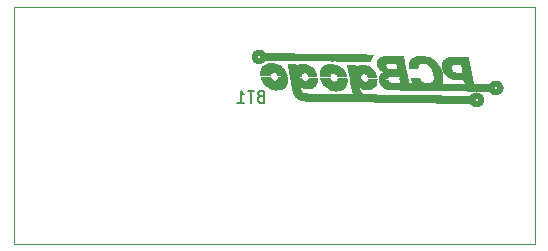
<source format=gbr>
G04 #@! TF.GenerationSoftware,KiCad,Pcbnew,(5.1.2)-2*
G04 #@! TF.CreationDate,2020-08-07T23:42:31+09:00*
G04 #@! TF.ProjectId,IRRemo,49525265-6d6f-42e6-9b69-6361645f7063,rev?*
G04 #@! TF.SameCoordinates,Original*
G04 #@! TF.FileFunction,Legend,Bot*
G04 #@! TF.FilePolarity,Positive*
%FSLAX46Y46*%
G04 Gerber Fmt 4.6, Leading zero omitted, Abs format (unit mm)*
G04 Created by KiCad (PCBNEW (5.1.2)-2) date 2020-08-07 23:42:32*
%MOMM*%
%LPD*%
G04 APERTURE LIST*
%ADD10C,0.120000*%
%ADD11C,0.010000*%
%ADD12C,0.150000*%
G04 APERTURE END LIST*
D10*
X106474000Y-102980000D02*
X106474000Y-123080000D01*
X150574000Y-102980000D02*
X106474000Y-102980000D01*
X150574000Y-123080000D02*
X150574000Y-102980000D01*
X106474000Y-123080000D02*
X150574000Y-123080000D01*
D11*
G36*
X129919184Y-108939846D02*
G01*
X129903245Y-108941095D01*
X129890606Y-108944730D01*
X129881466Y-108950297D01*
X129875888Y-108960355D01*
X129873934Y-108977463D01*
X129875666Y-109004179D01*
X129881145Y-109043061D01*
X129890434Y-109096669D01*
X129903594Y-109167560D01*
X129909486Y-109198834D01*
X129917128Y-109240812D01*
X129927315Y-109298883D01*
X129939229Y-109368239D01*
X129952053Y-109444074D01*
X129964969Y-109521582D01*
X129977159Y-109595957D01*
X129979247Y-109608850D01*
X129989519Y-109666014D01*
X130003860Y-109737018D01*
X130021107Y-109816829D01*
X130040091Y-109900415D01*
X130059648Y-109982745D01*
X130078612Y-110058785D01*
X130095817Y-110123504D01*
X130108607Y-110167193D01*
X130125859Y-110213535D01*
X130151867Y-110272831D01*
X130184139Y-110340289D01*
X130220181Y-110411116D01*
X130257501Y-110480516D01*
X130293606Y-110543698D01*
X130326005Y-110595868D01*
X130347068Y-110625791D01*
X130416203Y-110698359D01*
X130503492Y-110760393D01*
X130608630Y-110811715D01*
X130731311Y-110852147D01*
X130739483Y-110854290D01*
X130786690Y-110865994D01*
X130832585Y-110876097D01*
X130879149Y-110884730D01*
X130928361Y-110892024D01*
X130982202Y-110898109D01*
X131042652Y-110903116D01*
X131111691Y-110907174D01*
X131191300Y-110910415D01*
X131283458Y-110912969D01*
X131390147Y-110914967D01*
X131513345Y-110916538D01*
X131655034Y-110917814D01*
X131709583Y-110918217D01*
X131838973Y-110919259D01*
X131984927Y-110920660D01*
X132142847Y-110922363D01*
X132308136Y-110924310D01*
X132476196Y-110926444D01*
X132642428Y-110928708D01*
X132802235Y-110931046D01*
X132951018Y-110933399D01*
X133006042Y-110934325D01*
X133140904Y-110936579D01*
X133282047Y-110938824D01*
X133425904Y-110941010D01*
X133568910Y-110943088D01*
X133707498Y-110945007D01*
X133838101Y-110946719D01*
X133957155Y-110948173D01*
X134061092Y-110949320D01*
X134122583Y-110949909D01*
X134213901Y-110950834D01*
X134322815Y-110952141D01*
X134445759Y-110953776D01*
X134579167Y-110955686D01*
X134719474Y-110957817D01*
X134863113Y-110960115D01*
X135006519Y-110962527D01*
X135146126Y-110964999D01*
X135239125Y-110966726D01*
X135372399Y-110969168D01*
X135510703Y-110971548D01*
X135650660Y-110973815D01*
X135788892Y-110975922D01*
X135922023Y-110977820D01*
X136046676Y-110979460D01*
X136159474Y-110980793D01*
X136257040Y-110981772D01*
X136318625Y-110982248D01*
X136456431Y-110983210D01*
X136595696Y-110984355D01*
X136734655Y-110985655D01*
X136871545Y-110987087D01*
X137004602Y-110988623D01*
X137132062Y-110990239D01*
X137252162Y-110991910D01*
X137363138Y-110993609D01*
X137463226Y-110995311D01*
X137550663Y-110996991D01*
X137623684Y-110998623D01*
X137680526Y-111000182D01*
X137719426Y-111001642D01*
X137736792Y-111002757D01*
X137756710Y-111003828D01*
X137795787Y-111005011D01*
X137852015Y-111006274D01*
X137923385Y-111007586D01*
X138007891Y-111008916D01*
X138103524Y-111010232D01*
X138208276Y-111011503D01*
X138320140Y-111012696D01*
X138437109Y-111013781D01*
X138440583Y-111013810D01*
X138575642Y-111015076D01*
X138719898Y-111016629D01*
X138869205Y-111018414D01*
X139019414Y-111020373D01*
X139166377Y-111022449D01*
X139305947Y-111024585D01*
X139433974Y-111026723D01*
X139546312Y-111028808D01*
X139578292Y-111029455D01*
X139684016Y-111031545D01*
X139788365Y-111033422D01*
X139888349Y-111035043D01*
X139980980Y-111036369D01*
X140063270Y-111037358D01*
X140132229Y-111037970D01*
X140184868Y-111038163D01*
X140208000Y-111038056D01*
X140258849Y-111037857D01*
X140328003Y-111038089D01*
X140413275Y-111038714D01*
X140512476Y-111039695D01*
X140623420Y-111040994D01*
X140743917Y-111042574D01*
X140871779Y-111044397D01*
X141004820Y-111046427D01*
X141140850Y-111048626D01*
X141277682Y-111050957D01*
X141413127Y-111053382D01*
X141544999Y-111055864D01*
X141671108Y-111058367D01*
X141789267Y-111060851D01*
X141897287Y-111063281D01*
X141992981Y-111065619D01*
X142074161Y-111067828D01*
X142138639Y-111069870D01*
X142184226Y-111071707D01*
X142185618Y-111071776D01*
X142251276Y-111074726D01*
X142309826Y-111076780D01*
X142357946Y-111077868D01*
X142392312Y-111077920D01*
X142409601Y-111076866D01*
X142410785Y-111076478D01*
X142422620Y-111075701D01*
X142454033Y-111075239D01*
X142503440Y-111075081D01*
X142569254Y-111075215D01*
X142649890Y-111075631D01*
X142743762Y-111076317D01*
X142849286Y-111077264D01*
X142964875Y-111078461D01*
X143088943Y-111079895D01*
X143219906Y-111081557D01*
X143290668Y-111082514D01*
X143524629Y-111085786D01*
X143738249Y-111088867D01*
X143932352Y-111091775D01*
X144107762Y-111094531D01*
X144265303Y-111097153D01*
X144405799Y-111099661D01*
X144530076Y-111102075D01*
X144638956Y-111104414D01*
X144733265Y-111106698D01*
X144813826Y-111108946D01*
X144881464Y-111111178D01*
X144937003Y-111113413D01*
X144981267Y-111115670D01*
X145015080Y-111117969D01*
X145039267Y-111120330D01*
X145054652Y-111122772D01*
X145060164Y-111124349D01*
X145083403Y-111137817D01*
X145114885Y-111161463D01*
X145148051Y-111190335D01*
X145150123Y-111192288D01*
X145203918Y-111239600D01*
X145263297Y-111285771D01*
X145322478Y-111326671D01*
X145375682Y-111358173D01*
X145396887Y-111368517D01*
X145436165Y-111381166D01*
X145487111Y-111391020D01*
X145527764Y-111395437D01*
X145571246Y-111398594D01*
X145609497Y-111401622D01*
X145635093Y-111403931D01*
X145637250Y-111404164D01*
X145662814Y-111404504D01*
X145699165Y-111402114D01*
X145721917Y-111399599D01*
X145760145Y-111393333D01*
X145793699Y-111385626D01*
X145807073Y-111381321D01*
X145838847Y-111366246D01*
X145880151Y-111343358D01*
X145925709Y-111315970D01*
X145970250Y-111287396D01*
X146008499Y-111260949D01*
X146035183Y-111239941D01*
X146040846Y-111234453D01*
X146063739Y-111205014D01*
X146092049Y-111161620D01*
X146122670Y-111109690D01*
X146152496Y-111054642D01*
X146178420Y-111001898D01*
X146192000Y-110970697D01*
X146203806Y-110939931D01*
X146210784Y-110914620D01*
X146213532Y-110888364D01*
X146212647Y-110854760D01*
X146212207Y-110849442D01*
X145769628Y-110849442D01*
X145751062Y-110889391D01*
X145717601Y-110922181D01*
X145674281Y-110946145D01*
X145626141Y-110959616D01*
X145578216Y-110960929D01*
X145535546Y-110948415D01*
X145514764Y-110933769D01*
X145486468Y-110893690D01*
X145472670Y-110844341D01*
X145473385Y-110791884D01*
X145488627Y-110742485D01*
X145514231Y-110706278D01*
X145552094Y-110680024D01*
X145597383Y-110665236D01*
X145641849Y-110664028D01*
X145660346Y-110668841D01*
X145695673Y-110691212D01*
X145727960Y-110726582D01*
X145753509Y-110768838D01*
X145768622Y-110811869D01*
X145769628Y-110849442D01*
X146212207Y-110849442D01*
X146208726Y-110807406D01*
X146207980Y-110799433D01*
X146192197Y-110689547D01*
X146166927Y-110597029D01*
X146131649Y-110520075D01*
X146123402Y-110506479D01*
X146087673Y-110457855D01*
X146042236Y-110407121D01*
X145992448Y-110359451D01*
X145943663Y-110320014D01*
X145905432Y-110296032D01*
X145868495Y-110281129D01*
X145817258Y-110265383D01*
X145758451Y-110250368D01*
X145698800Y-110237653D01*
X145645036Y-110228813D01*
X145603886Y-110225418D01*
X145603207Y-110225417D01*
X145566844Y-110229008D01*
X145517656Y-110238579D01*
X145462500Y-110252323D01*
X145408235Y-110268433D01*
X145361717Y-110285103D01*
X145340290Y-110294667D01*
X145292316Y-110322711D01*
X145244045Y-110357478D01*
X145201074Y-110394388D01*
X145168999Y-110428859D01*
X145159376Y-110442751D01*
X145127391Y-110477264D01*
X145090813Y-110496387D01*
X145078310Y-110500619D01*
X145063751Y-110504079D01*
X145045187Y-110506805D01*
X145020670Y-110508837D01*
X144988250Y-110510213D01*
X144945980Y-110510971D01*
X144891911Y-110511151D01*
X144824093Y-110510791D01*
X144740579Y-110509929D01*
X144639420Y-110508604D01*
X144543808Y-110507227D01*
X144437409Y-110505667D01*
X144313830Y-110503869D01*
X144177058Y-110501890D01*
X144031079Y-110499788D01*
X143879877Y-110497620D01*
X143727438Y-110495443D01*
X143577748Y-110493314D01*
X143434793Y-110491290D01*
X143361833Y-110490261D01*
X143220281Y-110488209D01*
X143066743Y-110485873D01*
X142905698Y-110483330D01*
X142741627Y-110480654D01*
X142579008Y-110477918D01*
X142422319Y-110475199D01*
X142276040Y-110472570D01*
X142144650Y-110470107D01*
X142097125Y-110469182D01*
X141979389Y-110466921D01*
X141844450Y-110464432D01*
X141696268Y-110461783D01*
X141538806Y-110459041D01*
X141376024Y-110456275D01*
X141211883Y-110453550D01*
X141050345Y-110450935D01*
X140895371Y-110448497D01*
X140763625Y-110446493D01*
X140656755Y-110444900D01*
X140554072Y-110443377D01*
X140454240Y-110441903D01*
X140355922Y-110440461D01*
X140257782Y-110439031D01*
X140158485Y-110437595D01*
X140056692Y-110436135D01*
X139951069Y-110434631D01*
X139840278Y-110433064D01*
X139722984Y-110431417D01*
X139597849Y-110429670D01*
X139463538Y-110427804D01*
X139318714Y-110425802D01*
X139162041Y-110423644D01*
X138992182Y-110421311D01*
X138807802Y-110418785D01*
X138607562Y-110416047D01*
X138390128Y-110413078D01*
X138154163Y-110409860D01*
X137906125Y-110406480D01*
X137661569Y-110403009D01*
X137432666Y-110399477D01*
X137219897Y-110395894D01*
X137023746Y-110392273D01*
X136844693Y-110388627D01*
X136683222Y-110384966D01*
X136539814Y-110381303D01*
X136414951Y-110377649D01*
X136309116Y-110374016D01*
X136222790Y-110370417D01*
X136156455Y-110366864D01*
X136110595Y-110363367D01*
X136097093Y-110361858D01*
X136034848Y-110350887D01*
X135983785Y-110334208D01*
X135940557Y-110309121D01*
X135901818Y-110272926D01*
X135864222Y-110222925D01*
X135824423Y-110156417D01*
X135810276Y-110130463D01*
X135769840Y-110047710D01*
X135740727Y-109969653D01*
X135725275Y-109913650D01*
X135714439Y-109867169D01*
X135705850Y-109826984D01*
X135700607Y-109798436D01*
X135699514Y-109788522D01*
X135705529Y-109769229D01*
X135724048Y-109765123D01*
X135755720Y-109776294D01*
X135801197Y-109802836D01*
X135801284Y-109802893D01*
X135853426Y-109832039D01*
X135921120Y-109862396D01*
X135999057Y-109891599D01*
X136004906Y-109893589D01*
X136061663Y-109912355D01*
X136104974Y-109925090D01*
X136141291Y-109932970D01*
X136177071Y-109937172D01*
X136218767Y-109938872D01*
X136255125Y-109939205D01*
X136329295Y-109938218D01*
X136409272Y-109935021D01*
X136490119Y-109930000D01*
X136566898Y-109923540D01*
X136634670Y-109916026D01*
X136688497Y-109907844D01*
X136707301Y-109903941D01*
X136772664Y-109881612D01*
X136840578Y-109844236D01*
X136913444Y-109790319D01*
X136970637Y-109740126D01*
X137018494Y-109693663D01*
X137054603Y-109652278D01*
X137082575Y-109610144D01*
X137106020Y-109561437D01*
X137128551Y-109500332D01*
X137138884Y-109468709D01*
X137155688Y-109411204D01*
X137167353Y-109357629D01*
X137175322Y-109299724D01*
X137181036Y-109229231D01*
X137181224Y-109226257D01*
X137184784Y-109164657D01*
X137186266Y-109120844D01*
X137185352Y-109091511D01*
X137181722Y-109073351D01*
X137175058Y-109063059D01*
X137165041Y-109057327D01*
X137164925Y-109057282D01*
X137150957Y-109055612D01*
X137118610Y-109053629D01*
X137070664Y-109051445D01*
X137009903Y-109049172D01*
X136939109Y-109046920D01*
X136861063Y-109044801D01*
X136839944Y-109044286D01*
X136739299Y-109042193D01*
X136658483Y-109041215D01*
X136596189Y-109041367D01*
X136551108Y-109042668D01*
X136521932Y-109045135D01*
X136507461Y-109048725D01*
X136488887Y-109069064D01*
X136474210Y-109105984D01*
X136472865Y-109111174D01*
X136459795Y-109163445D01*
X136449387Y-109199760D01*
X136439116Y-109224685D01*
X136426459Y-109242787D01*
X136408890Y-109258630D01*
X136383886Y-109276781D01*
X136379668Y-109279752D01*
X136345454Y-109302599D01*
X136314952Y-109320780D01*
X136295178Y-109330191D01*
X136271996Y-109331870D01*
X136234284Y-109328768D01*
X136187855Y-109321953D01*
X136138521Y-109312491D01*
X136092096Y-109301447D01*
X136054394Y-109289890D01*
X136038167Y-109283045D01*
X136004522Y-109261546D01*
X135970097Y-109229912D01*
X135932264Y-109185312D01*
X135888393Y-109124916D01*
X135880182Y-109112927D01*
X135854001Y-109075019D01*
X135835106Y-109051037D01*
X135818941Y-109037362D01*
X135800951Y-109030376D01*
X135776578Y-109026461D01*
X135770360Y-109025706D01*
X135744016Y-109023814D01*
X135701217Y-109022261D01*
X135644759Y-109021040D01*
X135577438Y-109020142D01*
X135502049Y-109019559D01*
X135421389Y-109019284D01*
X135338253Y-109019309D01*
X135255438Y-109019624D01*
X135175740Y-109020224D01*
X135101954Y-109021098D01*
X135036876Y-109022241D01*
X134983303Y-109023643D01*
X134944030Y-109025296D01*
X134921853Y-109027194D01*
X134918178Y-109028136D01*
X134912474Y-109036144D01*
X134911925Y-109052348D01*
X134916976Y-109080481D01*
X134928076Y-109124278D01*
X134930942Y-109134812D01*
X134942140Y-109180652D01*
X134949739Y-109221706D01*
X134952695Y-109251780D01*
X134952121Y-109260692D01*
X134951324Y-109289105D01*
X134956189Y-109337118D01*
X134966590Y-109403974D01*
X134982400Y-109488913D01*
X135003495Y-109591175D01*
X135017263Y-109654339D01*
X135032766Y-109726009D01*
X135049260Y-109805084D01*
X135064936Y-109882731D01*
X135077986Y-109950116D01*
X135079848Y-109960104D01*
X135093724Y-110026541D01*
X135111393Y-110098849D01*
X135130439Y-110167661D01*
X135146103Y-110216976D01*
X135163135Y-110266569D01*
X135173711Y-110300047D01*
X135178406Y-110321257D01*
X135177797Y-110334048D01*
X135172458Y-110342268D01*
X135165665Y-110347773D01*
X135157105Y-110351968D01*
X135142794Y-110355448D01*
X135121345Y-110358219D01*
X135091372Y-110360290D01*
X135051488Y-110361667D01*
X135000306Y-110362357D01*
X134936440Y-110362370D01*
X134858503Y-110361711D01*
X134765109Y-110360388D01*
X134654870Y-110358410D01*
X134526401Y-110355782D01*
X134378314Y-110352514D01*
X134360708Y-110352114D01*
X134257608Y-110349931D01*
X134134017Y-110347604D01*
X133990612Y-110345140D01*
X133828069Y-110342551D01*
X133647063Y-110339844D01*
X133448271Y-110337029D01*
X133232368Y-110334115D01*
X133000030Y-110331111D01*
X132751933Y-110328027D01*
X132488753Y-110324871D01*
X132211166Y-110321652D01*
X131919848Y-110318380D01*
X131615475Y-110315063D01*
X131609042Y-110314994D01*
X131506278Y-110313691D01*
X131408279Y-110312065D01*
X131317434Y-110310183D01*
X131236133Y-110308111D01*
X131166764Y-110305917D01*
X131111717Y-110303667D01*
X131073380Y-110301427D01*
X131055535Y-110299549D01*
X130976259Y-110277744D01*
X130907439Y-110243796D01*
X130876791Y-110221401D01*
X130858315Y-110199991D01*
X130834012Y-110163698D01*
X130806404Y-110117091D01*
X130778010Y-110064741D01*
X130751351Y-110011215D01*
X130728946Y-109961084D01*
X130718643Y-109934670D01*
X130711027Y-109908447D01*
X130702425Y-109870943D01*
X130693714Y-109827212D01*
X130685770Y-109782307D01*
X130679471Y-109741285D01*
X130675691Y-109709198D01*
X130675309Y-109691102D01*
X130676053Y-109689087D01*
X130686779Y-109691629D01*
X130712750Y-109701898D01*
X130750201Y-109718302D01*
X130795372Y-109739250D01*
X130800897Y-109741881D01*
X130898663Y-109786314D01*
X130984648Y-109819741D01*
X131064303Y-109843447D01*
X131143076Y-109858721D01*
X131226418Y-109866849D01*
X131319779Y-109869119D01*
X131339167Y-109868993D01*
X131479994Y-109860927D01*
X131605374Y-109839584D01*
X131716650Y-109804571D01*
X131815168Y-109755496D01*
X131878265Y-109711778D01*
X131946727Y-109651142D01*
X132002097Y-109585670D01*
X132046863Y-109511279D01*
X132083509Y-109423884D01*
X132112631Y-109326786D01*
X132122146Y-109279857D01*
X132128973Y-109225727D01*
X132133093Y-109168535D01*
X132134482Y-109112418D01*
X132133121Y-109061515D01*
X132128988Y-109019963D01*
X132122062Y-108991900D01*
X132114396Y-108981901D01*
X132099419Y-108979805D01*
X132066089Y-108977547D01*
X132017215Y-108975238D01*
X131955610Y-108972990D01*
X131884084Y-108970916D01*
X131805449Y-108969126D01*
X131782196Y-108968685D01*
X131689980Y-108966922D01*
X131616674Y-108965703D01*
X131560020Y-108965566D01*
X131517761Y-108967046D01*
X131487639Y-108970681D01*
X131467399Y-108977008D01*
X131454782Y-108986564D01*
X131447532Y-108999885D01*
X131443390Y-109017509D01*
X131440101Y-109039972D01*
X131438519Y-109050431D01*
X131420719Y-109104527D01*
X131387099Y-109157922D01*
X131342231Y-109204237D01*
X131313439Y-109224983D01*
X131284485Y-109241411D01*
X131259074Y-109250992D01*
X131229593Y-109255472D01*
X131188433Y-109256601D01*
X131175856Y-109256566D01*
X131124456Y-109254660D01*
X131084866Y-109248425D01*
X131047881Y-109236081D01*
X131030397Y-109228410D01*
X130953454Y-109181932D01*
X130889900Y-109120505D01*
X130842419Y-109046746D01*
X130841079Y-109043970D01*
X130822177Y-109008644D01*
X130803468Y-108980662D01*
X130789042Y-108966112D01*
X130772103Y-108962656D01*
X130736886Y-108959694D01*
X130686275Y-108957356D01*
X130623155Y-108955771D01*
X130550411Y-108955070D01*
X130543467Y-108955055D01*
X130459085Y-108954407D01*
X130365675Y-108952838D01*
X130271144Y-108950534D01*
X130183396Y-108947682D01*
X130122083Y-108945069D01*
X130058402Y-108942295D01*
X130000810Y-108940453D01*
X129953130Y-108939614D01*
X129919184Y-108939846D01*
X129919184Y-108939846D01*
G37*
X129919184Y-108939846D02*
X129903245Y-108941095D01*
X129890606Y-108944730D01*
X129881466Y-108950297D01*
X129875888Y-108960355D01*
X129873934Y-108977463D01*
X129875666Y-109004179D01*
X129881145Y-109043061D01*
X129890434Y-109096669D01*
X129903594Y-109167560D01*
X129909486Y-109198834D01*
X129917128Y-109240812D01*
X129927315Y-109298883D01*
X129939229Y-109368239D01*
X129952053Y-109444074D01*
X129964969Y-109521582D01*
X129977159Y-109595957D01*
X129979247Y-109608850D01*
X129989519Y-109666014D01*
X130003860Y-109737018D01*
X130021107Y-109816829D01*
X130040091Y-109900415D01*
X130059648Y-109982745D01*
X130078612Y-110058785D01*
X130095817Y-110123504D01*
X130108607Y-110167193D01*
X130125859Y-110213535D01*
X130151867Y-110272831D01*
X130184139Y-110340289D01*
X130220181Y-110411116D01*
X130257501Y-110480516D01*
X130293606Y-110543698D01*
X130326005Y-110595868D01*
X130347068Y-110625791D01*
X130416203Y-110698359D01*
X130503492Y-110760393D01*
X130608630Y-110811715D01*
X130731311Y-110852147D01*
X130739483Y-110854290D01*
X130786690Y-110865994D01*
X130832585Y-110876097D01*
X130879149Y-110884730D01*
X130928361Y-110892024D01*
X130982202Y-110898109D01*
X131042652Y-110903116D01*
X131111691Y-110907174D01*
X131191300Y-110910415D01*
X131283458Y-110912969D01*
X131390147Y-110914967D01*
X131513345Y-110916538D01*
X131655034Y-110917814D01*
X131709583Y-110918217D01*
X131838973Y-110919259D01*
X131984927Y-110920660D01*
X132142847Y-110922363D01*
X132308136Y-110924310D01*
X132476196Y-110926444D01*
X132642428Y-110928708D01*
X132802235Y-110931046D01*
X132951018Y-110933399D01*
X133006042Y-110934325D01*
X133140904Y-110936579D01*
X133282047Y-110938824D01*
X133425904Y-110941010D01*
X133568910Y-110943088D01*
X133707498Y-110945007D01*
X133838101Y-110946719D01*
X133957155Y-110948173D01*
X134061092Y-110949320D01*
X134122583Y-110949909D01*
X134213901Y-110950834D01*
X134322815Y-110952141D01*
X134445759Y-110953776D01*
X134579167Y-110955686D01*
X134719474Y-110957817D01*
X134863113Y-110960115D01*
X135006519Y-110962527D01*
X135146126Y-110964999D01*
X135239125Y-110966726D01*
X135372399Y-110969168D01*
X135510703Y-110971548D01*
X135650660Y-110973815D01*
X135788892Y-110975922D01*
X135922023Y-110977820D01*
X136046676Y-110979460D01*
X136159474Y-110980793D01*
X136257040Y-110981772D01*
X136318625Y-110982248D01*
X136456431Y-110983210D01*
X136595696Y-110984355D01*
X136734655Y-110985655D01*
X136871545Y-110987087D01*
X137004602Y-110988623D01*
X137132062Y-110990239D01*
X137252162Y-110991910D01*
X137363138Y-110993609D01*
X137463226Y-110995311D01*
X137550663Y-110996991D01*
X137623684Y-110998623D01*
X137680526Y-111000182D01*
X137719426Y-111001642D01*
X137736792Y-111002757D01*
X137756710Y-111003828D01*
X137795787Y-111005011D01*
X137852015Y-111006274D01*
X137923385Y-111007586D01*
X138007891Y-111008916D01*
X138103524Y-111010232D01*
X138208276Y-111011503D01*
X138320140Y-111012696D01*
X138437109Y-111013781D01*
X138440583Y-111013810D01*
X138575642Y-111015076D01*
X138719898Y-111016629D01*
X138869205Y-111018414D01*
X139019414Y-111020373D01*
X139166377Y-111022449D01*
X139305947Y-111024585D01*
X139433974Y-111026723D01*
X139546312Y-111028808D01*
X139578292Y-111029455D01*
X139684016Y-111031545D01*
X139788365Y-111033422D01*
X139888349Y-111035043D01*
X139980980Y-111036369D01*
X140063270Y-111037358D01*
X140132229Y-111037970D01*
X140184868Y-111038163D01*
X140208000Y-111038056D01*
X140258849Y-111037857D01*
X140328003Y-111038089D01*
X140413275Y-111038714D01*
X140512476Y-111039695D01*
X140623420Y-111040994D01*
X140743917Y-111042574D01*
X140871779Y-111044397D01*
X141004820Y-111046427D01*
X141140850Y-111048626D01*
X141277682Y-111050957D01*
X141413127Y-111053382D01*
X141544999Y-111055864D01*
X141671108Y-111058367D01*
X141789267Y-111060851D01*
X141897287Y-111063281D01*
X141992981Y-111065619D01*
X142074161Y-111067828D01*
X142138639Y-111069870D01*
X142184226Y-111071707D01*
X142185618Y-111071776D01*
X142251276Y-111074726D01*
X142309826Y-111076780D01*
X142357946Y-111077868D01*
X142392312Y-111077920D01*
X142409601Y-111076866D01*
X142410785Y-111076478D01*
X142422620Y-111075701D01*
X142454033Y-111075239D01*
X142503440Y-111075081D01*
X142569254Y-111075215D01*
X142649890Y-111075631D01*
X142743762Y-111076317D01*
X142849286Y-111077264D01*
X142964875Y-111078461D01*
X143088943Y-111079895D01*
X143219906Y-111081557D01*
X143290668Y-111082514D01*
X143524629Y-111085786D01*
X143738249Y-111088867D01*
X143932352Y-111091775D01*
X144107762Y-111094531D01*
X144265303Y-111097153D01*
X144405799Y-111099661D01*
X144530076Y-111102075D01*
X144638956Y-111104414D01*
X144733265Y-111106698D01*
X144813826Y-111108946D01*
X144881464Y-111111178D01*
X144937003Y-111113413D01*
X144981267Y-111115670D01*
X145015080Y-111117969D01*
X145039267Y-111120330D01*
X145054652Y-111122772D01*
X145060164Y-111124349D01*
X145083403Y-111137817D01*
X145114885Y-111161463D01*
X145148051Y-111190335D01*
X145150123Y-111192288D01*
X145203918Y-111239600D01*
X145263297Y-111285771D01*
X145322478Y-111326671D01*
X145375682Y-111358173D01*
X145396887Y-111368517D01*
X145436165Y-111381166D01*
X145487111Y-111391020D01*
X145527764Y-111395437D01*
X145571246Y-111398594D01*
X145609497Y-111401622D01*
X145635093Y-111403931D01*
X145637250Y-111404164D01*
X145662814Y-111404504D01*
X145699165Y-111402114D01*
X145721917Y-111399599D01*
X145760145Y-111393333D01*
X145793699Y-111385626D01*
X145807073Y-111381321D01*
X145838847Y-111366246D01*
X145880151Y-111343358D01*
X145925709Y-111315970D01*
X145970250Y-111287396D01*
X146008499Y-111260949D01*
X146035183Y-111239941D01*
X146040846Y-111234453D01*
X146063739Y-111205014D01*
X146092049Y-111161620D01*
X146122670Y-111109690D01*
X146152496Y-111054642D01*
X146178420Y-111001898D01*
X146192000Y-110970697D01*
X146203806Y-110939931D01*
X146210784Y-110914620D01*
X146213532Y-110888364D01*
X146212647Y-110854760D01*
X146212207Y-110849442D01*
X145769628Y-110849442D01*
X145751062Y-110889391D01*
X145717601Y-110922181D01*
X145674281Y-110946145D01*
X145626141Y-110959616D01*
X145578216Y-110960929D01*
X145535546Y-110948415D01*
X145514764Y-110933769D01*
X145486468Y-110893690D01*
X145472670Y-110844341D01*
X145473385Y-110791884D01*
X145488627Y-110742485D01*
X145514231Y-110706278D01*
X145552094Y-110680024D01*
X145597383Y-110665236D01*
X145641849Y-110664028D01*
X145660346Y-110668841D01*
X145695673Y-110691212D01*
X145727960Y-110726582D01*
X145753509Y-110768838D01*
X145768622Y-110811869D01*
X145769628Y-110849442D01*
X146212207Y-110849442D01*
X146208726Y-110807406D01*
X146207980Y-110799433D01*
X146192197Y-110689547D01*
X146166927Y-110597029D01*
X146131649Y-110520075D01*
X146123402Y-110506479D01*
X146087673Y-110457855D01*
X146042236Y-110407121D01*
X145992448Y-110359451D01*
X145943663Y-110320014D01*
X145905432Y-110296032D01*
X145868495Y-110281129D01*
X145817258Y-110265383D01*
X145758451Y-110250368D01*
X145698800Y-110237653D01*
X145645036Y-110228813D01*
X145603886Y-110225418D01*
X145603207Y-110225417D01*
X145566844Y-110229008D01*
X145517656Y-110238579D01*
X145462500Y-110252323D01*
X145408235Y-110268433D01*
X145361717Y-110285103D01*
X145340290Y-110294667D01*
X145292316Y-110322711D01*
X145244045Y-110357478D01*
X145201074Y-110394388D01*
X145168999Y-110428859D01*
X145159376Y-110442751D01*
X145127391Y-110477264D01*
X145090813Y-110496387D01*
X145078310Y-110500619D01*
X145063751Y-110504079D01*
X145045187Y-110506805D01*
X145020670Y-110508837D01*
X144988250Y-110510213D01*
X144945980Y-110510971D01*
X144891911Y-110511151D01*
X144824093Y-110510791D01*
X144740579Y-110509929D01*
X144639420Y-110508604D01*
X144543808Y-110507227D01*
X144437409Y-110505667D01*
X144313830Y-110503869D01*
X144177058Y-110501890D01*
X144031079Y-110499788D01*
X143879877Y-110497620D01*
X143727438Y-110495443D01*
X143577748Y-110493314D01*
X143434793Y-110491290D01*
X143361833Y-110490261D01*
X143220281Y-110488209D01*
X143066743Y-110485873D01*
X142905698Y-110483330D01*
X142741627Y-110480654D01*
X142579008Y-110477918D01*
X142422319Y-110475199D01*
X142276040Y-110472570D01*
X142144650Y-110470107D01*
X142097125Y-110469182D01*
X141979389Y-110466921D01*
X141844450Y-110464432D01*
X141696268Y-110461783D01*
X141538806Y-110459041D01*
X141376024Y-110456275D01*
X141211883Y-110453550D01*
X141050345Y-110450935D01*
X140895371Y-110448497D01*
X140763625Y-110446493D01*
X140656755Y-110444900D01*
X140554072Y-110443377D01*
X140454240Y-110441903D01*
X140355922Y-110440461D01*
X140257782Y-110439031D01*
X140158485Y-110437595D01*
X140056692Y-110436135D01*
X139951069Y-110434631D01*
X139840278Y-110433064D01*
X139722984Y-110431417D01*
X139597849Y-110429670D01*
X139463538Y-110427804D01*
X139318714Y-110425802D01*
X139162041Y-110423644D01*
X138992182Y-110421311D01*
X138807802Y-110418785D01*
X138607562Y-110416047D01*
X138390128Y-110413078D01*
X138154163Y-110409860D01*
X137906125Y-110406480D01*
X137661569Y-110403009D01*
X137432666Y-110399477D01*
X137219897Y-110395894D01*
X137023746Y-110392273D01*
X136844693Y-110388627D01*
X136683222Y-110384966D01*
X136539814Y-110381303D01*
X136414951Y-110377649D01*
X136309116Y-110374016D01*
X136222790Y-110370417D01*
X136156455Y-110366864D01*
X136110595Y-110363367D01*
X136097093Y-110361858D01*
X136034848Y-110350887D01*
X135983785Y-110334208D01*
X135940557Y-110309121D01*
X135901818Y-110272926D01*
X135864222Y-110222925D01*
X135824423Y-110156417D01*
X135810276Y-110130463D01*
X135769840Y-110047710D01*
X135740727Y-109969653D01*
X135725275Y-109913650D01*
X135714439Y-109867169D01*
X135705850Y-109826984D01*
X135700607Y-109798436D01*
X135699514Y-109788522D01*
X135705529Y-109769229D01*
X135724048Y-109765123D01*
X135755720Y-109776294D01*
X135801197Y-109802836D01*
X135801284Y-109802893D01*
X135853426Y-109832039D01*
X135921120Y-109862396D01*
X135999057Y-109891599D01*
X136004906Y-109893589D01*
X136061663Y-109912355D01*
X136104974Y-109925090D01*
X136141291Y-109932970D01*
X136177071Y-109937172D01*
X136218767Y-109938872D01*
X136255125Y-109939205D01*
X136329295Y-109938218D01*
X136409272Y-109935021D01*
X136490119Y-109930000D01*
X136566898Y-109923540D01*
X136634670Y-109916026D01*
X136688497Y-109907844D01*
X136707301Y-109903941D01*
X136772664Y-109881612D01*
X136840578Y-109844236D01*
X136913444Y-109790319D01*
X136970637Y-109740126D01*
X137018494Y-109693663D01*
X137054603Y-109652278D01*
X137082575Y-109610144D01*
X137106020Y-109561437D01*
X137128551Y-109500332D01*
X137138884Y-109468709D01*
X137155688Y-109411204D01*
X137167353Y-109357629D01*
X137175322Y-109299724D01*
X137181036Y-109229231D01*
X137181224Y-109226257D01*
X137184784Y-109164657D01*
X137186266Y-109120844D01*
X137185352Y-109091511D01*
X137181722Y-109073351D01*
X137175058Y-109063059D01*
X137165041Y-109057327D01*
X137164925Y-109057282D01*
X137150957Y-109055612D01*
X137118610Y-109053629D01*
X137070664Y-109051445D01*
X137009903Y-109049172D01*
X136939109Y-109046920D01*
X136861063Y-109044801D01*
X136839944Y-109044286D01*
X136739299Y-109042193D01*
X136658483Y-109041215D01*
X136596189Y-109041367D01*
X136551108Y-109042668D01*
X136521932Y-109045135D01*
X136507461Y-109048725D01*
X136488887Y-109069064D01*
X136474210Y-109105984D01*
X136472865Y-109111174D01*
X136459795Y-109163445D01*
X136449387Y-109199760D01*
X136439116Y-109224685D01*
X136426459Y-109242787D01*
X136408890Y-109258630D01*
X136383886Y-109276781D01*
X136379668Y-109279752D01*
X136345454Y-109302599D01*
X136314952Y-109320780D01*
X136295178Y-109330191D01*
X136271996Y-109331870D01*
X136234284Y-109328768D01*
X136187855Y-109321953D01*
X136138521Y-109312491D01*
X136092096Y-109301447D01*
X136054394Y-109289890D01*
X136038167Y-109283045D01*
X136004522Y-109261546D01*
X135970097Y-109229912D01*
X135932264Y-109185312D01*
X135888393Y-109124916D01*
X135880182Y-109112927D01*
X135854001Y-109075019D01*
X135835106Y-109051037D01*
X135818941Y-109037362D01*
X135800951Y-109030376D01*
X135776578Y-109026461D01*
X135770360Y-109025706D01*
X135744016Y-109023814D01*
X135701217Y-109022261D01*
X135644759Y-109021040D01*
X135577438Y-109020142D01*
X135502049Y-109019559D01*
X135421389Y-109019284D01*
X135338253Y-109019309D01*
X135255438Y-109019624D01*
X135175740Y-109020224D01*
X135101954Y-109021098D01*
X135036876Y-109022241D01*
X134983303Y-109023643D01*
X134944030Y-109025296D01*
X134921853Y-109027194D01*
X134918178Y-109028136D01*
X134912474Y-109036144D01*
X134911925Y-109052348D01*
X134916976Y-109080481D01*
X134928076Y-109124278D01*
X134930942Y-109134812D01*
X134942140Y-109180652D01*
X134949739Y-109221706D01*
X134952695Y-109251780D01*
X134952121Y-109260692D01*
X134951324Y-109289105D01*
X134956189Y-109337118D01*
X134966590Y-109403974D01*
X134982400Y-109488913D01*
X135003495Y-109591175D01*
X135017263Y-109654339D01*
X135032766Y-109726009D01*
X135049260Y-109805084D01*
X135064936Y-109882731D01*
X135077986Y-109950116D01*
X135079848Y-109960104D01*
X135093724Y-110026541D01*
X135111393Y-110098849D01*
X135130439Y-110167661D01*
X135146103Y-110216976D01*
X135163135Y-110266569D01*
X135173711Y-110300047D01*
X135178406Y-110321257D01*
X135177797Y-110334048D01*
X135172458Y-110342268D01*
X135165665Y-110347773D01*
X135157105Y-110351968D01*
X135142794Y-110355448D01*
X135121345Y-110358219D01*
X135091372Y-110360290D01*
X135051488Y-110361667D01*
X135000306Y-110362357D01*
X134936440Y-110362370D01*
X134858503Y-110361711D01*
X134765109Y-110360388D01*
X134654870Y-110358410D01*
X134526401Y-110355782D01*
X134378314Y-110352514D01*
X134360708Y-110352114D01*
X134257608Y-110349931D01*
X134134017Y-110347604D01*
X133990612Y-110345140D01*
X133828069Y-110342551D01*
X133647063Y-110339844D01*
X133448271Y-110337029D01*
X133232368Y-110334115D01*
X133000030Y-110331111D01*
X132751933Y-110328027D01*
X132488753Y-110324871D01*
X132211166Y-110321652D01*
X131919848Y-110318380D01*
X131615475Y-110315063D01*
X131609042Y-110314994D01*
X131506278Y-110313691D01*
X131408279Y-110312065D01*
X131317434Y-110310183D01*
X131236133Y-110308111D01*
X131166764Y-110305917D01*
X131111717Y-110303667D01*
X131073380Y-110301427D01*
X131055535Y-110299549D01*
X130976259Y-110277744D01*
X130907439Y-110243796D01*
X130876791Y-110221401D01*
X130858315Y-110199991D01*
X130834012Y-110163698D01*
X130806404Y-110117091D01*
X130778010Y-110064741D01*
X130751351Y-110011215D01*
X130728946Y-109961084D01*
X130718643Y-109934670D01*
X130711027Y-109908447D01*
X130702425Y-109870943D01*
X130693714Y-109827212D01*
X130685770Y-109782307D01*
X130679471Y-109741285D01*
X130675691Y-109709198D01*
X130675309Y-109691102D01*
X130676053Y-109689087D01*
X130686779Y-109691629D01*
X130712750Y-109701898D01*
X130750201Y-109718302D01*
X130795372Y-109739250D01*
X130800897Y-109741881D01*
X130898663Y-109786314D01*
X130984648Y-109819741D01*
X131064303Y-109843447D01*
X131143076Y-109858721D01*
X131226418Y-109866849D01*
X131319779Y-109869119D01*
X131339167Y-109868993D01*
X131479994Y-109860927D01*
X131605374Y-109839584D01*
X131716650Y-109804571D01*
X131815168Y-109755496D01*
X131878265Y-109711778D01*
X131946727Y-109651142D01*
X132002097Y-109585670D01*
X132046863Y-109511279D01*
X132083509Y-109423884D01*
X132112631Y-109326786D01*
X132122146Y-109279857D01*
X132128973Y-109225727D01*
X132133093Y-109168535D01*
X132134482Y-109112418D01*
X132133121Y-109061515D01*
X132128988Y-109019963D01*
X132122062Y-108991900D01*
X132114396Y-108981901D01*
X132099419Y-108979805D01*
X132066089Y-108977547D01*
X132017215Y-108975238D01*
X131955610Y-108972990D01*
X131884084Y-108970916D01*
X131805449Y-108969126D01*
X131782196Y-108968685D01*
X131689980Y-108966922D01*
X131616674Y-108965703D01*
X131560020Y-108965566D01*
X131517761Y-108967046D01*
X131487639Y-108970681D01*
X131467399Y-108977008D01*
X131454782Y-108986564D01*
X131447532Y-108999885D01*
X131443390Y-109017509D01*
X131440101Y-109039972D01*
X131438519Y-109050431D01*
X131420719Y-109104527D01*
X131387099Y-109157922D01*
X131342231Y-109204237D01*
X131313439Y-109224983D01*
X131284485Y-109241411D01*
X131259074Y-109250992D01*
X131229593Y-109255472D01*
X131188433Y-109256601D01*
X131175856Y-109256566D01*
X131124456Y-109254660D01*
X131084866Y-109248425D01*
X131047881Y-109236081D01*
X131030397Y-109228410D01*
X130953454Y-109181932D01*
X130889900Y-109120505D01*
X130842419Y-109046746D01*
X130841079Y-109043970D01*
X130822177Y-109008644D01*
X130803468Y-108980662D01*
X130789042Y-108966112D01*
X130772103Y-108962656D01*
X130736886Y-108959694D01*
X130686275Y-108957356D01*
X130623155Y-108955771D01*
X130550411Y-108955070D01*
X130543467Y-108955055D01*
X130459085Y-108954407D01*
X130365675Y-108952838D01*
X130271144Y-108950534D01*
X130183396Y-108947682D01*
X130122083Y-108945069D01*
X130058402Y-108942295D01*
X130000810Y-108940453D01*
X129953130Y-108939614D01*
X129919184Y-108939846D01*
G36*
X140889965Y-107139777D02*
G01*
X140804740Y-107141586D01*
X140726413Y-107144868D01*
X140658943Y-107149623D01*
X140606288Y-107155849D01*
X140583708Y-107160227D01*
X140535882Y-107174112D01*
X140483755Y-107192997D01*
X140429706Y-107215547D01*
X140376114Y-107240430D01*
X140325356Y-107266313D01*
X140279810Y-107291861D01*
X140241855Y-107315741D01*
X140213869Y-107336620D01*
X140198230Y-107353164D01*
X140197316Y-107364041D01*
X140213292Y-107367917D01*
X140227384Y-107373030D01*
X140229167Y-107377368D01*
X140219493Y-107389593D01*
X140193811Y-107397554D01*
X140165898Y-107399667D01*
X140143435Y-107405108D01*
X140118338Y-107422629D01*
X140088885Y-107454029D01*
X140053354Y-107501105D01*
X140016558Y-107555599D01*
X139975469Y-107629197D01*
X139950968Y-107699940D01*
X139949963Y-107704242D01*
X139939017Y-107758808D01*
X139928447Y-107822928D01*
X139918904Y-107891234D01*
X139911038Y-107958360D01*
X139905499Y-108018938D01*
X139902938Y-108067602D01*
X139903180Y-108090326D01*
X139906375Y-108145792D01*
X140012208Y-108152486D01*
X140063464Y-108155071D01*
X140125175Y-108157133D01*
X140194274Y-108158676D01*
X140267697Y-108159702D01*
X140342376Y-108160216D01*
X140415247Y-108160220D01*
X140483244Y-108159718D01*
X140543301Y-108158712D01*
X140592352Y-108157206D01*
X140627331Y-108155203D01*
X140645173Y-108152707D01*
X140646750Y-108151826D01*
X140650941Y-108137156D01*
X140656422Y-108107453D01*
X140662106Y-108068716D01*
X140662913Y-108062467D01*
X140679379Y-107981404D01*
X140708153Y-107912513D01*
X140752319Y-107848916D01*
X140765442Y-107833799D01*
X140820074Y-107783867D01*
X140882566Y-107748633D01*
X140957020Y-107726194D01*
X141016905Y-107717241D01*
X141143893Y-107712945D01*
X141262812Y-107727515D01*
X141375044Y-107761439D01*
X141481969Y-107815209D01*
X141584967Y-107889313D01*
X141639696Y-107938203D01*
X141731706Y-108036083D01*
X141805494Y-108137719D01*
X141863991Y-108247627D01*
X141899961Y-108339281D01*
X141917912Y-108395992D01*
X141937625Y-108465260D01*
X141957601Y-108541095D01*
X141976343Y-108617508D01*
X141992352Y-108688510D01*
X142004130Y-108748110D01*
X142007738Y-108770209D01*
X142017469Y-108868780D01*
X142018554Y-108968052D01*
X142011437Y-109063367D01*
X141996564Y-109150067D01*
X141974380Y-109223493D01*
X141961730Y-109251750D01*
X141932525Y-109292842D01*
X141888302Y-109335399D01*
X141834435Y-109375204D01*
X141776297Y-109408041D01*
X141746015Y-109421019D01*
X141689789Y-109436041D01*
X141617962Y-109445937D01*
X141535446Y-109450801D01*
X141447154Y-109450728D01*
X141357997Y-109445814D01*
X141272887Y-109436155D01*
X141196735Y-109421845D01*
X141152548Y-109409497D01*
X141082329Y-109378089D01*
X141013665Y-109332843D01*
X140954098Y-109279222D01*
X140925864Y-109245304D01*
X140904115Y-109212384D01*
X140877530Y-109167874D01*
X140850489Y-109119237D01*
X140838947Y-109097229D01*
X140807867Y-109041169D01*
X140782242Y-109005004D01*
X140762873Y-108988750D01*
X140744605Y-108985228D01*
X140708737Y-108982276D01*
X140658621Y-108979902D01*
X140597607Y-108978110D01*
X140529047Y-108976907D01*
X140456291Y-108976299D01*
X140382692Y-108976294D01*
X140311599Y-108976896D01*
X140246365Y-108978112D01*
X140190340Y-108979948D01*
X140146875Y-108982411D01*
X140119322Y-108985507D01*
X140112054Y-108987539D01*
X140097469Y-109000394D01*
X140091391Y-109020366D01*
X140094326Y-109049537D01*
X140106777Y-109089994D01*
X140129252Y-109143819D01*
X140162254Y-109213099D01*
X140170958Y-109230583D01*
X140197398Y-109284228D01*
X140220105Y-109331929D01*
X140237491Y-109370215D01*
X140247965Y-109395612D01*
X140250333Y-109403944D01*
X140246506Y-109416036D01*
X140232967Y-109424171D01*
X140206629Y-109429025D01*
X140164408Y-109431277D01*
X140124020Y-109431667D01*
X140043869Y-109430544D01*
X139982510Y-109426931D01*
X139937679Y-109420462D01*
X139907107Y-109410770D01*
X139888529Y-109397490D01*
X139885160Y-109393065D01*
X139878795Y-109376348D01*
X139869110Y-109341805D01*
X139856809Y-109292393D01*
X139842600Y-109231067D01*
X139827187Y-109160781D01*
X139811278Y-109084492D01*
X139810304Y-109079693D01*
X139795013Y-109004210D01*
X139776384Y-108912170D01*
X139755263Y-108807763D01*
X139732498Y-108695182D01*
X139708937Y-108578616D01*
X139685427Y-108462258D01*
X139662815Y-108350298D01*
X139657850Y-108325709D01*
X139638160Y-108228364D01*
X138947008Y-108228364D01*
X138945780Y-108241946D01*
X138941353Y-108248845D01*
X138933614Y-108252638D01*
X138928129Y-108254612D01*
X138910622Y-108257017D01*
X138875324Y-108258697D01*
X138825594Y-108259695D01*
X138764794Y-108260054D01*
X138696285Y-108259816D01*
X138623427Y-108259025D01*
X138549580Y-108257722D01*
X138478107Y-108255951D01*
X138412367Y-108253755D01*
X138355721Y-108251176D01*
X138311531Y-108248258D01*
X138293894Y-108246539D01*
X138197870Y-108227733D01*
X138117855Y-108195273D01*
X138053290Y-108148679D01*
X138003615Y-108087468D01*
X137968270Y-108011159D01*
X137952636Y-107952850D01*
X137946084Y-107886361D01*
X137956896Y-107829365D01*
X137985873Y-107778179D01*
X137992334Y-107770180D01*
X138008091Y-107751998D01*
X138023162Y-107737354D01*
X138039960Y-107725835D01*
X138060902Y-107717028D01*
X138088400Y-107710518D01*
X138124871Y-107705892D01*
X138172728Y-107702735D01*
X138234386Y-107700635D01*
X138312259Y-107699176D01*
X138408763Y-107697946D01*
X138414138Y-107697882D01*
X138497157Y-107697219D01*
X138574818Y-107697189D01*
X138644190Y-107697747D01*
X138702339Y-107698848D01*
X138746333Y-107700449D01*
X138773241Y-107702505D01*
X138778469Y-107703420D01*
X138809420Y-107717482D01*
X138833785Y-107738372D01*
X138834170Y-107738881D01*
X138847319Y-107764276D01*
X138862677Y-107806394D01*
X138879138Y-107861050D01*
X138895598Y-107924061D01*
X138910953Y-107991243D01*
X138924098Y-108058413D01*
X138932623Y-108111760D01*
X138940317Y-108166847D01*
X138945150Y-108204523D01*
X138947008Y-108228364D01*
X139638160Y-108228364D01*
X139636480Y-108220061D01*
X139614758Y-108113055D01*
X139593392Y-108008147D01*
X139573089Y-107908790D01*
X139554553Y-107818437D01*
X139538492Y-107740544D01*
X139525612Y-107678563D01*
X139521500Y-107658959D01*
X139506901Y-107586449D01*
X139492989Y-107511583D01*
X139480812Y-107440435D01*
X139471421Y-107379079D01*
X139466673Y-107341636D01*
X139459342Y-107279061D01*
X139452303Y-107234233D01*
X139444591Y-107203765D01*
X139435240Y-107184276D01*
X139423285Y-107172381D01*
X139417403Y-107168912D01*
X139403565Y-107167004D01*
X139370431Y-107164985D01*
X139319872Y-107162905D01*
X139253758Y-107160810D01*
X139173959Y-107158751D01*
X139082346Y-107156776D01*
X138980789Y-107154935D01*
X138871158Y-107153275D01*
X138770211Y-107152011D01*
X138636032Y-107150513D01*
X138521468Y-107149347D01*
X138424969Y-107148598D01*
X138344986Y-107148353D01*
X138279968Y-107148699D01*
X138228365Y-107149723D01*
X138188627Y-107151509D01*
X138159205Y-107154146D01*
X138138548Y-107157719D01*
X138125106Y-107162314D01*
X138117329Y-107168019D01*
X138113668Y-107174919D01*
X138112571Y-107183101D01*
X138112500Y-107188671D01*
X138108282Y-107209584D01*
X138097207Y-107212074D01*
X138081646Y-107196770D01*
X138070197Y-107177475D01*
X138054812Y-107151164D01*
X138042489Y-107141488D01*
X138030800Y-107144217D01*
X138012254Y-107148221D01*
X137979255Y-107149844D01*
X137938415Y-107148809D01*
X137931691Y-107148384D01*
X137860799Y-107148472D01*
X137779014Y-107156481D01*
X137694508Y-107171132D01*
X137615451Y-107191148D01*
X137577903Y-107203737D01*
X137487672Y-107241487D01*
X137414853Y-107281946D01*
X137355695Y-107328148D01*
X137306446Y-107383128D01*
X137263355Y-107449918D01*
X137255339Y-107464596D01*
X137235760Y-107504734D01*
X137224010Y-107540182D01*
X137217616Y-107580365D01*
X137214877Y-107618719D01*
X137217360Y-107737687D01*
X137235947Y-107858411D01*
X137266273Y-107963510D01*
X137297394Y-108034044D01*
X137339477Y-108108749D01*
X137388003Y-108180664D01*
X137438455Y-108242827D01*
X137465414Y-108270362D01*
X137513302Y-108310703D01*
X137571879Y-108353451D01*
X137633742Y-108393647D01*
X137691486Y-108426333D01*
X137715589Y-108437908D01*
X137747396Y-108453367D01*
X137765813Y-108467269D01*
X137769838Y-108481558D01*
X137758471Y-108498174D01*
X137730711Y-108519059D01*
X137685558Y-108546153D01*
X137649348Y-108566393D01*
X137585322Y-108603322D01*
X137536879Y-108636086D01*
X137500076Y-108668694D01*
X137470970Y-108705150D01*
X137445619Y-108749462D01*
X137424855Y-108794496D01*
X137402919Y-108846701D01*
X137389601Y-108883989D01*
X137384321Y-108910506D01*
X137386498Y-108930397D01*
X137395550Y-108947807D01*
X137402149Y-108956479D01*
X137422048Y-108981053D01*
X137763698Y-108981464D01*
X138105349Y-108981875D01*
X138115567Y-108950125D01*
X138143623Y-108895279D01*
X138187215Y-108849687D01*
X138227769Y-108824767D01*
X138241890Y-108818773D01*
X138256911Y-108813917D01*
X138275205Y-108810048D01*
X138299145Y-108807016D01*
X138331104Y-108804672D01*
X138373455Y-108802865D01*
X138428572Y-108801445D01*
X138498827Y-108800262D01*
X138586594Y-108799166D01*
X138642104Y-108798558D01*
X139007667Y-108794650D01*
X139053210Y-108832700D01*
X139090410Y-108858910D01*
X139122970Y-108869934D01*
X139135319Y-108870750D01*
X139183050Y-108878345D01*
X139221628Y-108899063D01*
X139247083Y-108929804D01*
X139255500Y-108964591D01*
X139252915Y-108978168D01*
X139242369Y-108987620D01*
X139219677Y-108994926D01*
X139180656Y-109002065D01*
X139174089Y-109003096D01*
X139135140Y-109013492D01*
X139114632Y-109031094D01*
X139110390Y-109058311D01*
X139112502Y-109071271D01*
X139130700Y-109109456D01*
X139164672Y-109134590D01*
X139212689Y-109145529D01*
X139225177Y-109145917D01*
X139271407Y-109152587D01*
X139302970Y-109171694D01*
X139317992Y-109201880D01*
X139319000Y-109213940D01*
X139309534Y-109241224D01*
X139285447Y-109265148D01*
X139253206Y-109280528D01*
X139232210Y-109283500D01*
X139193128Y-109288334D01*
X139170360Y-109304698D01*
X139160944Y-109335388D01*
X139160250Y-109351368D01*
X139156340Y-109386823D01*
X139145831Y-109409158D01*
X139144416Y-109410466D01*
X139135114Y-109414233D01*
X139116281Y-109416973D01*
X139086027Y-109418718D01*
X139042460Y-109419497D01*
X138983687Y-109419341D01*
X138907817Y-109418280D01*
X138812958Y-109416344D01*
X138797812Y-109415999D01*
X138692641Y-109413388D01*
X138606180Y-109410692D01*
X138535974Y-109407655D01*
X138479568Y-109404024D01*
X138434506Y-109399543D01*
X138398333Y-109393958D01*
X138368594Y-109387014D01*
X138342832Y-109378456D01*
X138318593Y-109368031D01*
X138313953Y-109365816D01*
X138267085Y-109336431D01*
X138219880Y-109295586D01*
X138178523Y-109249501D01*
X138149199Y-109204399D01*
X138145416Y-109196262D01*
X138130585Y-109166332D01*
X138116047Y-109144176D01*
X138111300Y-109139272D01*
X138095790Y-109135413D01*
X138059604Y-109131799D01*
X138003233Y-109128454D01*
X137927167Y-109125403D01*
X137831896Y-109122671D01*
X137750021Y-109120884D01*
X137403417Y-109114132D01*
X137403417Y-109178429D01*
X137411157Y-109250203D01*
X137432816Y-109330878D01*
X137466052Y-109415807D01*
X137508523Y-109500341D01*
X137557887Y-109579831D01*
X137611803Y-109649630D01*
X137667927Y-109705088D01*
X137669344Y-109706255D01*
X137773164Y-109779609D01*
X137891031Y-109842447D01*
X138017475Y-109892440D01*
X138147023Y-109927261D01*
X138216099Y-109938903D01*
X138257834Y-109943024D01*
X138320063Y-109947161D01*
X138402115Y-109951296D01*
X138503318Y-109955410D01*
X138623000Y-109959484D01*
X138760489Y-109963497D01*
X138915114Y-109967431D01*
X139086202Y-109971266D01*
X139273081Y-109974984D01*
X139475080Y-109978564D01*
X139691526Y-109981988D01*
X139742333Y-109982737D01*
X139889614Y-109984892D01*
X140049517Y-109987252D01*
X140217655Y-109989749D01*
X140389640Y-109992319D01*
X140561083Y-109994894D01*
X140727596Y-109997411D01*
X140884791Y-109999801D01*
X141028280Y-110002001D01*
X141118167Y-110003390D01*
X141380110Y-110007453D01*
X141622382Y-110011199D01*
X141846474Y-110014651D01*
X142053880Y-110017830D01*
X142246091Y-110020758D01*
X142424599Y-110023456D01*
X142590899Y-110025947D01*
X142746480Y-110028252D01*
X142892837Y-110030392D01*
X143031461Y-110032390D01*
X143163845Y-110034267D01*
X143291481Y-110036045D01*
X143415861Y-110037745D01*
X143538479Y-110039390D01*
X143660825Y-110041000D01*
X143784393Y-110042598D01*
X143910675Y-110044205D01*
X144018000Y-110045554D01*
X144164393Y-110047446D01*
X144315629Y-110049512D01*
X144468723Y-110051706D01*
X144620687Y-110053981D01*
X144768537Y-110056290D01*
X144909286Y-110058584D01*
X145039947Y-110060817D01*
X145157536Y-110062941D01*
X145259064Y-110064908D01*
X145319750Y-110066185D01*
X145439376Y-110068564D01*
X145571925Y-110070771D01*
X145711551Y-110072736D01*
X145852408Y-110074390D01*
X145988650Y-110075662D01*
X146114432Y-110076483D01*
X146206709Y-110076772D01*
X146336744Y-110077236D01*
X146445911Y-110078320D01*
X146534502Y-110080029D01*
X146602807Y-110082374D01*
X146651118Y-110085360D01*
X146679726Y-110088997D01*
X146682195Y-110089564D01*
X146707966Y-110098317D01*
X146733520Y-110112874D01*
X146763047Y-110136282D01*
X146800736Y-110171589D01*
X146816770Y-110187459D01*
X146906870Y-110265322D01*
X147001338Y-110322694D01*
X147101480Y-110360031D01*
X147208604Y-110377787D01*
X147324016Y-110376417D01*
X147351750Y-110373459D01*
X147456951Y-110350462D01*
X147553038Y-110309678D01*
X147638536Y-110253061D01*
X147711969Y-110182563D01*
X147771859Y-110100138D01*
X147816732Y-110007741D01*
X147845109Y-109907325D01*
X147855516Y-109800842D01*
X147854969Y-109792073D01*
X147411780Y-109792073D01*
X147410943Y-109841935D01*
X147394454Y-109884720D01*
X147360124Y-109921587D01*
X147314732Y-109945778D01*
X147264095Y-109956059D01*
X147214032Y-109951195D01*
X147172750Y-109931752D01*
X147137845Y-109894404D01*
X147116266Y-109846744D01*
X147109327Y-109794976D01*
X147118341Y-109745308D01*
X147128769Y-109723958D01*
X147164843Y-109684274D01*
X147211529Y-109659848D01*
X147263509Y-109652165D01*
X147315464Y-109662708D01*
X147327911Y-109668410D01*
X147368596Y-109699890D01*
X147397109Y-109742918D01*
X147411780Y-109792073D01*
X147854969Y-109792073D01*
X147850098Y-109714003D01*
X147833279Y-109631440D01*
X147804744Y-109558346D01*
X147761828Y-109489610D01*
X147701868Y-109420123D01*
X147691328Y-109409408D01*
X147608308Y-109337473D01*
X147520927Y-109284607D01*
X147427318Y-109250274D01*
X147325611Y-109233939D01*
X147213938Y-109235066D01*
X147123713Y-109246841D01*
X147069939Y-109257676D01*
X147023381Y-109271177D01*
X146980939Y-109289399D01*
X146939509Y-109314398D01*
X146895992Y-109348229D01*
X146847284Y-109392948D01*
X146790285Y-109450611D01*
X146746668Y-109496701D01*
X146718378Y-109526917D01*
X146577335Y-109526155D01*
X146491924Y-109525527D01*
X146398109Y-109524543D01*
X146298066Y-109523250D01*
X146193967Y-109521694D01*
X146087988Y-109519922D01*
X145982302Y-109517980D01*
X145879083Y-109515915D01*
X145780505Y-109513772D01*
X145688742Y-109511599D01*
X145605968Y-109509442D01*
X145534357Y-109507348D01*
X145476084Y-109505362D01*
X145433321Y-109503532D01*
X145408244Y-109501904D01*
X145402589Y-109501043D01*
X145383457Y-109485154D01*
X145378076Y-109475828D01*
X145374543Y-109461857D01*
X145367333Y-109429448D01*
X145356929Y-109380913D01*
X145343818Y-109318568D01*
X145328485Y-109244725D01*
X145311415Y-109161699D01*
X145293094Y-109071803D01*
X145286666Y-109040084D01*
X145266865Y-108943008D01*
X145247081Y-108847438D01*
X145227986Y-108756516D01*
X145210250Y-108673386D01*
X145194545Y-108601189D01*
X145181542Y-108543068D01*
X145171912Y-108502165D01*
X145170964Y-108498360D01*
X145162946Y-108463657D01*
X144469670Y-108463657D01*
X144469164Y-108500091D01*
X144461010Y-108523916D01*
X144445978Y-108537134D01*
X144428658Y-108540345D01*
X144393632Y-108542735D01*
X144344346Y-108544336D01*
X144284244Y-108545178D01*
X144216769Y-108545294D01*
X144145367Y-108544715D01*
X144073481Y-108543473D01*
X144004556Y-108541598D01*
X143942037Y-108539123D01*
X143889367Y-108536078D01*
X143849992Y-108532496D01*
X143843375Y-108531628D01*
X143751740Y-108509029D01*
X143670367Y-108469596D01*
X143601385Y-108414844D01*
X143546921Y-108346289D01*
X143524379Y-108304247D01*
X143511127Y-108268959D01*
X143496718Y-108220426D01*
X143483303Y-108166308D01*
X143476661Y-108134512D01*
X143467001Y-108081139D01*
X143461920Y-108042916D01*
X143461117Y-108014395D01*
X143464290Y-107990131D01*
X143467877Y-107975708D01*
X143494018Y-107919008D01*
X143536873Y-107868703D01*
X143592048Y-107829628D01*
X143607436Y-107822098D01*
X143624417Y-107814794D01*
X143640730Y-107809063D01*
X143659106Y-107804713D01*
X143682276Y-107801550D01*
X143712972Y-107799382D01*
X143753924Y-107798015D01*
X143807865Y-107797255D01*
X143877525Y-107796909D01*
X143965083Y-107796785D01*
X144044318Y-107796999D01*
X144117817Y-107797727D01*
X144182574Y-107798896D01*
X144235587Y-107800435D01*
X144273851Y-107802272D01*
X144294363Y-107804337D01*
X144295620Y-107804633D01*
X144312697Y-107811948D01*
X144327025Y-107825121D01*
X144339583Y-107846762D01*
X144351351Y-107879477D01*
X144363308Y-107925873D01*
X144376432Y-107988559D01*
X144388311Y-108051539D01*
X144401522Y-108121500D01*
X144415959Y-108194490D01*
X144430218Y-108263611D01*
X144442891Y-108321970D01*
X144447830Y-108343424D01*
X144462551Y-108412230D01*
X144469670Y-108463657D01*
X145162946Y-108463657D01*
X145156569Y-108436063D01*
X145141574Y-108362740D01*
X145127934Y-108288378D01*
X145119155Y-108233777D01*
X145111307Y-108185907D01*
X145099572Y-108121659D01*
X145084791Y-108045286D01*
X145067807Y-107961041D01*
X145049463Y-107873177D01*
X145030601Y-107785949D01*
X145029170Y-107779463D01*
X145009287Y-107687156D01*
X144991457Y-107599764D01*
X144976283Y-107520536D01*
X144964368Y-107452722D01*
X144956315Y-107399571D01*
X144953016Y-107369199D01*
X144948670Y-107324364D01*
X144942866Y-107286426D01*
X144936584Y-107261204D01*
X144933873Y-107255568D01*
X144929925Y-107252391D01*
X144922109Y-107249628D01*
X144909015Y-107247246D01*
X144889236Y-107245213D01*
X144861363Y-107243498D01*
X144823987Y-107242066D01*
X144775702Y-107240887D01*
X144715097Y-107239928D01*
X144640765Y-107239156D01*
X144551298Y-107238540D01*
X144445288Y-107238046D01*
X144321325Y-107237643D01*
X144178002Y-107237299D01*
X144133781Y-107237208D01*
X143984885Y-107236935D01*
X143855580Y-107236780D01*
X143744292Y-107236774D01*
X143649446Y-107236951D01*
X143569467Y-107237343D01*
X143502780Y-107237983D01*
X143447811Y-107238904D01*
X143402984Y-107240140D01*
X143366725Y-107241722D01*
X143337459Y-107243683D01*
X143313611Y-107246057D01*
X143293606Y-107248877D01*
X143275869Y-107252174D01*
X143261292Y-107255403D01*
X143190829Y-107273664D01*
X143132206Y-107293836D01*
X143078334Y-107319178D01*
X143022126Y-107352954D01*
X142967213Y-107390733D01*
X142902951Y-107440119D01*
X142853836Y-107487258D01*
X142815346Y-107537717D01*
X142782957Y-107597065D01*
X142763836Y-107641061D01*
X142736217Y-107734401D01*
X142723119Y-107839647D01*
X142723989Y-107953848D01*
X142738271Y-108074053D01*
X142765412Y-108197311D01*
X142804857Y-108320670D01*
X142856051Y-108441180D01*
X142918441Y-108555889D01*
X142942936Y-108594296D01*
X143023232Y-108697575D01*
X143121040Y-108793786D01*
X143233256Y-108880653D01*
X143356775Y-108955903D01*
X143488491Y-109017261D01*
X143552058Y-109040557D01*
X143603145Y-109056366D01*
X143655467Y-109069567D01*
X143711930Y-109080522D01*
X143775438Y-109089589D01*
X143848894Y-109097130D01*
X143935204Y-109103505D01*
X144037272Y-109109073D01*
X144140134Y-109113503D01*
X144221058Y-109116697D01*
X144298485Y-109119777D01*
X144368878Y-109122600D01*
X144428699Y-109125024D01*
X144474412Y-109126907D01*
X144502320Y-109128098D01*
X144545335Y-109132549D01*
X144575089Y-109140849D01*
X144583749Y-109146427D01*
X144591003Y-109161966D01*
X144600622Y-109194208D01*
X144611530Y-109238968D01*
X144622651Y-109292064D01*
X144626663Y-109313306D01*
X144637638Y-109375494D01*
X144644357Y-109420136D01*
X144647096Y-109450364D01*
X144646131Y-109469307D01*
X144641738Y-109480096D01*
X144641383Y-109480538D01*
X144636361Y-109483985D01*
X144626428Y-109486845D01*
X144609949Y-109489146D01*
X144585285Y-109490919D01*
X144550799Y-109492191D01*
X144504854Y-109492994D01*
X144445812Y-109493357D01*
X144372036Y-109493308D01*
X144281887Y-109492878D01*
X144173730Y-109492096D01*
X144055940Y-109491083D01*
X143931953Y-109489872D01*
X143801506Y-109488436D01*
X143668597Y-109486827D01*
X143537227Y-109485101D01*
X143411393Y-109483312D01*
X143295095Y-109481514D01*
X143192331Y-109479762D01*
X143114072Y-109478256D01*
X143014400Y-109476092D01*
X142933786Y-109474062D01*
X142870125Y-109472029D01*
X142821308Y-109469856D01*
X142785231Y-109467408D01*
X142759786Y-109464547D01*
X142742867Y-109461136D01*
X142732367Y-109457038D01*
X142727134Y-109453134D01*
X142720856Y-109445306D01*
X142717045Y-109434588D01*
X142715809Y-109417709D01*
X142717256Y-109391394D01*
X142721497Y-109352369D01*
X142728638Y-109297362D01*
X142733489Y-109261687D01*
X142749417Y-109123191D01*
X142756792Y-108997128D01*
X142755259Y-108877570D01*
X142744464Y-108758590D01*
X142724053Y-108634258D01*
X142693672Y-108498646D01*
X142686096Y-108468584D01*
X142655931Y-108359835D01*
X142624103Y-108265270D01*
X142587812Y-108177938D01*
X142544261Y-108090886D01*
X142508649Y-108027575D01*
X142426660Y-107895913D01*
X142343156Y-107780467D01*
X142254401Y-107676403D01*
X142175347Y-107596426D01*
X142117995Y-107543606D01*
X142064491Y-107498672D01*
X142010332Y-107458550D01*
X141951012Y-107420166D01*
X141882029Y-107380444D01*
X141798880Y-107336312D01*
X141780417Y-107326820D01*
X141597474Y-107244246D01*
X141409126Y-107181446D01*
X141324542Y-107159954D01*
X141281042Y-107152890D01*
X141220693Y-107147308D01*
X141147453Y-107143207D01*
X141065279Y-107140586D01*
X140978131Y-107139443D01*
X140889965Y-107139777D01*
X140889965Y-107139777D01*
G37*
X140889965Y-107139777D02*
X140804740Y-107141586D01*
X140726413Y-107144868D01*
X140658943Y-107149623D01*
X140606288Y-107155849D01*
X140583708Y-107160227D01*
X140535882Y-107174112D01*
X140483755Y-107192997D01*
X140429706Y-107215547D01*
X140376114Y-107240430D01*
X140325356Y-107266313D01*
X140279810Y-107291861D01*
X140241855Y-107315741D01*
X140213869Y-107336620D01*
X140198230Y-107353164D01*
X140197316Y-107364041D01*
X140213292Y-107367917D01*
X140227384Y-107373030D01*
X140229167Y-107377368D01*
X140219493Y-107389593D01*
X140193811Y-107397554D01*
X140165898Y-107399667D01*
X140143435Y-107405108D01*
X140118338Y-107422629D01*
X140088885Y-107454029D01*
X140053354Y-107501105D01*
X140016558Y-107555599D01*
X139975469Y-107629197D01*
X139950968Y-107699940D01*
X139949963Y-107704242D01*
X139939017Y-107758808D01*
X139928447Y-107822928D01*
X139918904Y-107891234D01*
X139911038Y-107958360D01*
X139905499Y-108018938D01*
X139902938Y-108067602D01*
X139903180Y-108090326D01*
X139906375Y-108145792D01*
X140012208Y-108152486D01*
X140063464Y-108155071D01*
X140125175Y-108157133D01*
X140194274Y-108158676D01*
X140267697Y-108159702D01*
X140342376Y-108160216D01*
X140415247Y-108160220D01*
X140483244Y-108159718D01*
X140543301Y-108158712D01*
X140592352Y-108157206D01*
X140627331Y-108155203D01*
X140645173Y-108152707D01*
X140646750Y-108151826D01*
X140650941Y-108137156D01*
X140656422Y-108107453D01*
X140662106Y-108068716D01*
X140662913Y-108062467D01*
X140679379Y-107981404D01*
X140708153Y-107912513D01*
X140752319Y-107848916D01*
X140765442Y-107833799D01*
X140820074Y-107783867D01*
X140882566Y-107748633D01*
X140957020Y-107726194D01*
X141016905Y-107717241D01*
X141143893Y-107712945D01*
X141262812Y-107727515D01*
X141375044Y-107761439D01*
X141481969Y-107815209D01*
X141584967Y-107889313D01*
X141639696Y-107938203D01*
X141731706Y-108036083D01*
X141805494Y-108137719D01*
X141863991Y-108247627D01*
X141899961Y-108339281D01*
X141917912Y-108395992D01*
X141937625Y-108465260D01*
X141957601Y-108541095D01*
X141976343Y-108617508D01*
X141992352Y-108688510D01*
X142004130Y-108748110D01*
X142007738Y-108770209D01*
X142017469Y-108868780D01*
X142018554Y-108968052D01*
X142011437Y-109063367D01*
X141996564Y-109150067D01*
X141974380Y-109223493D01*
X141961730Y-109251750D01*
X141932525Y-109292842D01*
X141888302Y-109335399D01*
X141834435Y-109375204D01*
X141776297Y-109408041D01*
X141746015Y-109421019D01*
X141689789Y-109436041D01*
X141617962Y-109445937D01*
X141535446Y-109450801D01*
X141447154Y-109450728D01*
X141357997Y-109445814D01*
X141272887Y-109436155D01*
X141196735Y-109421845D01*
X141152548Y-109409497D01*
X141082329Y-109378089D01*
X141013665Y-109332843D01*
X140954098Y-109279222D01*
X140925864Y-109245304D01*
X140904115Y-109212384D01*
X140877530Y-109167874D01*
X140850489Y-109119237D01*
X140838947Y-109097229D01*
X140807867Y-109041169D01*
X140782242Y-109005004D01*
X140762873Y-108988750D01*
X140744605Y-108985228D01*
X140708737Y-108982276D01*
X140658621Y-108979902D01*
X140597607Y-108978110D01*
X140529047Y-108976907D01*
X140456291Y-108976299D01*
X140382692Y-108976294D01*
X140311599Y-108976896D01*
X140246365Y-108978112D01*
X140190340Y-108979948D01*
X140146875Y-108982411D01*
X140119322Y-108985507D01*
X140112054Y-108987539D01*
X140097469Y-109000394D01*
X140091391Y-109020366D01*
X140094326Y-109049537D01*
X140106777Y-109089994D01*
X140129252Y-109143819D01*
X140162254Y-109213099D01*
X140170958Y-109230583D01*
X140197398Y-109284228D01*
X140220105Y-109331929D01*
X140237491Y-109370215D01*
X140247965Y-109395612D01*
X140250333Y-109403944D01*
X140246506Y-109416036D01*
X140232967Y-109424171D01*
X140206629Y-109429025D01*
X140164408Y-109431277D01*
X140124020Y-109431667D01*
X140043869Y-109430544D01*
X139982510Y-109426931D01*
X139937679Y-109420462D01*
X139907107Y-109410770D01*
X139888529Y-109397490D01*
X139885160Y-109393065D01*
X139878795Y-109376348D01*
X139869110Y-109341805D01*
X139856809Y-109292393D01*
X139842600Y-109231067D01*
X139827187Y-109160781D01*
X139811278Y-109084492D01*
X139810304Y-109079693D01*
X139795013Y-109004210D01*
X139776384Y-108912170D01*
X139755263Y-108807763D01*
X139732498Y-108695182D01*
X139708937Y-108578616D01*
X139685427Y-108462258D01*
X139662815Y-108350298D01*
X139657850Y-108325709D01*
X139638160Y-108228364D01*
X138947008Y-108228364D01*
X138945780Y-108241946D01*
X138941353Y-108248845D01*
X138933614Y-108252638D01*
X138928129Y-108254612D01*
X138910622Y-108257017D01*
X138875324Y-108258697D01*
X138825594Y-108259695D01*
X138764794Y-108260054D01*
X138696285Y-108259816D01*
X138623427Y-108259025D01*
X138549580Y-108257722D01*
X138478107Y-108255951D01*
X138412367Y-108253755D01*
X138355721Y-108251176D01*
X138311531Y-108248258D01*
X138293894Y-108246539D01*
X138197870Y-108227733D01*
X138117855Y-108195273D01*
X138053290Y-108148679D01*
X138003615Y-108087468D01*
X137968270Y-108011159D01*
X137952636Y-107952850D01*
X137946084Y-107886361D01*
X137956896Y-107829365D01*
X137985873Y-107778179D01*
X137992334Y-107770180D01*
X138008091Y-107751998D01*
X138023162Y-107737354D01*
X138039960Y-107725835D01*
X138060902Y-107717028D01*
X138088400Y-107710518D01*
X138124871Y-107705892D01*
X138172728Y-107702735D01*
X138234386Y-107700635D01*
X138312259Y-107699176D01*
X138408763Y-107697946D01*
X138414138Y-107697882D01*
X138497157Y-107697219D01*
X138574818Y-107697189D01*
X138644190Y-107697747D01*
X138702339Y-107698848D01*
X138746333Y-107700449D01*
X138773241Y-107702505D01*
X138778469Y-107703420D01*
X138809420Y-107717482D01*
X138833785Y-107738372D01*
X138834170Y-107738881D01*
X138847319Y-107764276D01*
X138862677Y-107806394D01*
X138879138Y-107861050D01*
X138895598Y-107924061D01*
X138910953Y-107991243D01*
X138924098Y-108058413D01*
X138932623Y-108111760D01*
X138940317Y-108166847D01*
X138945150Y-108204523D01*
X138947008Y-108228364D01*
X139638160Y-108228364D01*
X139636480Y-108220061D01*
X139614758Y-108113055D01*
X139593392Y-108008147D01*
X139573089Y-107908790D01*
X139554553Y-107818437D01*
X139538492Y-107740544D01*
X139525612Y-107678563D01*
X139521500Y-107658959D01*
X139506901Y-107586449D01*
X139492989Y-107511583D01*
X139480812Y-107440435D01*
X139471421Y-107379079D01*
X139466673Y-107341636D01*
X139459342Y-107279061D01*
X139452303Y-107234233D01*
X139444591Y-107203765D01*
X139435240Y-107184276D01*
X139423285Y-107172381D01*
X139417403Y-107168912D01*
X139403565Y-107167004D01*
X139370431Y-107164985D01*
X139319872Y-107162905D01*
X139253758Y-107160810D01*
X139173959Y-107158751D01*
X139082346Y-107156776D01*
X138980789Y-107154935D01*
X138871158Y-107153275D01*
X138770211Y-107152011D01*
X138636032Y-107150513D01*
X138521468Y-107149347D01*
X138424969Y-107148598D01*
X138344986Y-107148353D01*
X138279968Y-107148699D01*
X138228365Y-107149723D01*
X138188627Y-107151509D01*
X138159205Y-107154146D01*
X138138548Y-107157719D01*
X138125106Y-107162314D01*
X138117329Y-107168019D01*
X138113668Y-107174919D01*
X138112571Y-107183101D01*
X138112500Y-107188671D01*
X138108282Y-107209584D01*
X138097207Y-107212074D01*
X138081646Y-107196770D01*
X138070197Y-107177475D01*
X138054812Y-107151164D01*
X138042489Y-107141488D01*
X138030800Y-107144217D01*
X138012254Y-107148221D01*
X137979255Y-107149844D01*
X137938415Y-107148809D01*
X137931691Y-107148384D01*
X137860799Y-107148472D01*
X137779014Y-107156481D01*
X137694508Y-107171132D01*
X137615451Y-107191148D01*
X137577903Y-107203737D01*
X137487672Y-107241487D01*
X137414853Y-107281946D01*
X137355695Y-107328148D01*
X137306446Y-107383128D01*
X137263355Y-107449918D01*
X137255339Y-107464596D01*
X137235760Y-107504734D01*
X137224010Y-107540182D01*
X137217616Y-107580365D01*
X137214877Y-107618719D01*
X137217360Y-107737687D01*
X137235947Y-107858411D01*
X137266273Y-107963510D01*
X137297394Y-108034044D01*
X137339477Y-108108749D01*
X137388003Y-108180664D01*
X137438455Y-108242827D01*
X137465414Y-108270362D01*
X137513302Y-108310703D01*
X137571879Y-108353451D01*
X137633742Y-108393647D01*
X137691486Y-108426333D01*
X137715589Y-108437908D01*
X137747396Y-108453367D01*
X137765813Y-108467269D01*
X137769838Y-108481558D01*
X137758471Y-108498174D01*
X137730711Y-108519059D01*
X137685558Y-108546153D01*
X137649348Y-108566393D01*
X137585322Y-108603322D01*
X137536879Y-108636086D01*
X137500076Y-108668694D01*
X137470970Y-108705150D01*
X137445619Y-108749462D01*
X137424855Y-108794496D01*
X137402919Y-108846701D01*
X137389601Y-108883989D01*
X137384321Y-108910506D01*
X137386498Y-108930397D01*
X137395550Y-108947807D01*
X137402149Y-108956479D01*
X137422048Y-108981053D01*
X137763698Y-108981464D01*
X138105349Y-108981875D01*
X138115567Y-108950125D01*
X138143623Y-108895279D01*
X138187215Y-108849687D01*
X138227769Y-108824767D01*
X138241890Y-108818773D01*
X138256911Y-108813917D01*
X138275205Y-108810048D01*
X138299145Y-108807016D01*
X138331104Y-108804672D01*
X138373455Y-108802865D01*
X138428572Y-108801445D01*
X138498827Y-108800262D01*
X138586594Y-108799166D01*
X138642104Y-108798558D01*
X139007667Y-108794650D01*
X139053210Y-108832700D01*
X139090410Y-108858910D01*
X139122970Y-108869934D01*
X139135319Y-108870750D01*
X139183050Y-108878345D01*
X139221628Y-108899063D01*
X139247083Y-108929804D01*
X139255500Y-108964591D01*
X139252915Y-108978168D01*
X139242369Y-108987620D01*
X139219677Y-108994926D01*
X139180656Y-109002065D01*
X139174089Y-109003096D01*
X139135140Y-109013492D01*
X139114632Y-109031094D01*
X139110390Y-109058311D01*
X139112502Y-109071271D01*
X139130700Y-109109456D01*
X139164672Y-109134590D01*
X139212689Y-109145529D01*
X139225177Y-109145917D01*
X139271407Y-109152587D01*
X139302970Y-109171694D01*
X139317992Y-109201880D01*
X139319000Y-109213940D01*
X139309534Y-109241224D01*
X139285447Y-109265148D01*
X139253206Y-109280528D01*
X139232210Y-109283500D01*
X139193128Y-109288334D01*
X139170360Y-109304698D01*
X139160944Y-109335388D01*
X139160250Y-109351368D01*
X139156340Y-109386823D01*
X139145831Y-109409158D01*
X139144416Y-109410466D01*
X139135114Y-109414233D01*
X139116281Y-109416973D01*
X139086027Y-109418718D01*
X139042460Y-109419497D01*
X138983687Y-109419341D01*
X138907817Y-109418280D01*
X138812958Y-109416344D01*
X138797812Y-109415999D01*
X138692641Y-109413388D01*
X138606180Y-109410692D01*
X138535974Y-109407655D01*
X138479568Y-109404024D01*
X138434506Y-109399543D01*
X138398333Y-109393958D01*
X138368594Y-109387014D01*
X138342832Y-109378456D01*
X138318593Y-109368031D01*
X138313953Y-109365816D01*
X138267085Y-109336431D01*
X138219880Y-109295586D01*
X138178523Y-109249501D01*
X138149199Y-109204399D01*
X138145416Y-109196262D01*
X138130585Y-109166332D01*
X138116047Y-109144176D01*
X138111300Y-109139272D01*
X138095790Y-109135413D01*
X138059604Y-109131799D01*
X138003233Y-109128454D01*
X137927167Y-109125403D01*
X137831896Y-109122671D01*
X137750021Y-109120884D01*
X137403417Y-109114132D01*
X137403417Y-109178429D01*
X137411157Y-109250203D01*
X137432816Y-109330878D01*
X137466052Y-109415807D01*
X137508523Y-109500341D01*
X137557887Y-109579831D01*
X137611803Y-109649630D01*
X137667927Y-109705088D01*
X137669344Y-109706255D01*
X137773164Y-109779609D01*
X137891031Y-109842447D01*
X138017475Y-109892440D01*
X138147023Y-109927261D01*
X138216099Y-109938903D01*
X138257834Y-109943024D01*
X138320063Y-109947161D01*
X138402115Y-109951296D01*
X138503318Y-109955410D01*
X138623000Y-109959484D01*
X138760489Y-109963497D01*
X138915114Y-109967431D01*
X139086202Y-109971266D01*
X139273081Y-109974984D01*
X139475080Y-109978564D01*
X139691526Y-109981988D01*
X139742333Y-109982737D01*
X139889614Y-109984892D01*
X140049517Y-109987252D01*
X140217655Y-109989749D01*
X140389640Y-109992319D01*
X140561083Y-109994894D01*
X140727596Y-109997411D01*
X140884791Y-109999801D01*
X141028280Y-110002001D01*
X141118167Y-110003390D01*
X141380110Y-110007453D01*
X141622382Y-110011199D01*
X141846474Y-110014651D01*
X142053880Y-110017830D01*
X142246091Y-110020758D01*
X142424599Y-110023456D01*
X142590899Y-110025947D01*
X142746480Y-110028252D01*
X142892837Y-110030392D01*
X143031461Y-110032390D01*
X143163845Y-110034267D01*
X143291481Y-110036045D01*
X143415861Y-110037745D01*
X143538479Y-110039390D01*
X143660825Y-110041000D01*
X143784393Y-110042598D01*
X143910675Y-110044205D01*
X144018000Y-110045554D01*
X144164393Y-110047446D01*
X144315629Y-110049512D01*
X144468723Y-110051706D01*
X144620687Y-110053981D01*
X144768537Y-110056290D01*
X144909286Y-110058584D01*
X145039947Y-110060817D01*
X145157536Y-110062941D01*
X145259064Y-110064908D01*
X145319750Y-110066185D01*
X145439376Y-110068564D01*
X145571925Y-110070771D01*
X145711551Y-110072736D01*
X145852408Y-110074390D01*
X145988650Y-110075662D01*
X146114432Y-110076483D01*
X146206709Y-110076772D01*
X146336744Y-110077236D01*
X146445911Y-110078320D01*
X146534502Y-110080029D01*
X146602807Y-110082374D01*
X146651118Y-110085360D01*
X146679726Y-110088997D01*
X146682195Y-110089564D01*
X146707966Y-110098317D01*
X146733520Y-110112874D01*
X146763047Y-110136282D01*
X146800736Y-110171589D01*
X146816770Y-110187459D01*
X146906870Y-110265322D01*
X147001338Y-110322694D01*
X147101480Y-110360031D01*
X147208604Y-110377787D01*
X147324016Y-110376417D01*
X147351750Y-110373459D01*
X147456951Y-110350462D01*
X147553038Y-110309678D01*
X147638536Y-110253061D01*
X147711969Y-110182563D01*
X147771859Y-110100138D01*
X147816732Y-110007741D01*
X147845109Y-109907325D01*
X147855516Y-109800842D01*
X147854969Y-109792073D01*
X147411780Y-109792073D01*
X147410943Y-109841935D01*
X147394454Y-109884720D01*
X147360124Y-109921587D01*
X147314732Y-109945778D01*
X147264095Y-109956059D01*
X147214032Y-109951195D01*
X147172750Y-109931752D01*
X147137845Y-109894404D01*
X147116266Y-109846744D01*
X147109327Y-109794976D01*
X147118341Y-109745308D01*
X147128769Y-109723958D01*
X147164843Y-109684274D01*
X147211529Y-109659848D01*
X147263509Y-109652165D01*
X147315464Y-109662708D01*
X147327911Y-109668410D01*
X147368596Y-109699890D01*
X147397109Y-109742918D01*
X147411780Y-109792073D01*
X147854969Y-109792073D01*
X147850098Y-109714003D01*
X147833279Y-109631440D01*
X147804744Y-109558346D01*
X147761828Y-109489610D01*
X147701868Y-109420123D01*
X147691328Y-109409408D01*
X147608308Y-109337473D01*
X147520927Y-109284607D01*
X147427318Y-109250274D01*
X147325611Y-109233939D01*
X147213938Y-109235066D01*
X147123713Y-109246841D01*
X147069939Y-109257676D01*
X147023381Y-109271177D01*
X146980939Y-109289399D01*
X146939509Y-109314398D01*
X146895992Y-109348229D01*
X146847284Y-109392948D01*
X146790285Y-109450611D01*
X146746668Y-109496701D01*
X146718378Y-109526917D01*
X146577335Y-109526155D01*
X146491924Y-109525527D01*
X146398109Y-109524543D01*
X146298066Y-109523250D01*
X146193967Y-109521694D01*
X146087988Y-109519922D01*
X145982302Y-109517980D01*
X145879083Y-109515915D01*
X145780505Y-109513772D01*
X145688742Y-109511599D01*
X145605968Y-109509442D01*
X145534357Y-109507348D01*
X145476084Y-109505362D01*
X145433321Y-109503532D01*
X145408244Y-109501904D01*
X145402589Y-109501043D01*
X145383457Y-109485154D01*
X145378076Y-109475828D01*
X145374543Y-109461857D01*
X145367333Y-109429448D01*
X145356929Y-109380913D01*
X145343818Y-109318568D01*
X145328485Y-109244725D01*
X145311415Y-109161699D01*
X145293094Y-109071803D01*
X145286666Y-109040084D01*
X145266865Y-108943008D01*
X145247081Y-108847438D01*
X145227986Y-108756516D01*
X145210250Y-108673386D01*
X145194545Y-108601189D01*
X145181542Y-108543068D01*
X145171912Y-108502165D01*
X145170964Y-108498360D01*
X145162946Y-108463657D01*
X144469670Y-108463657D01*
X144469164Y-108500091D01*
X144461010Y-108523916D01*
X144445978Y-108537134D01*
X144428658Y-108540345D01*
X144393632Y-108542735D01*
X144344346Y-108544336D01*
X144284244Y-108545178D01*
X144216769Y-108545294D01*
X144145367Y-108544715D01*
X144073481Y-108543473D01*
X144004556Y-108541598D01*
X143942037Y-108539123D01*
X143889367Y-108536078D01*
X143849992Y-108532496D01*
X143843375Y-108531628D01*
X143751740Y-108509029D01*
X143670367Y-108469596D01*
X143601385Y-108414844D01*
X143546921Y-108346289D01*
X143524379Y-108304247D01*
X143511127Y-108268959D01*
X143496718Y-108220426D01*
X143483303Y-108166308D01*
X143476661Y-108134512D01*
X143467001Y-108081139D01*
X143461920Y-108042916D01*
X143461117Y-108014395D01*
X143464290Y-107990131D01*
X143467877Y-107975708D01*
X143494018Y-107919008D01*
X143536873Y-107868703D01*
X143592048Y-107829628D01*
X143607436Y-107822098D01*
X143624417Y-107814794D01*
X143640730Y-107809063D01*
X143659106Y-107804713D01*
X143682276Y-107801550D01*
X143712972Y-107799382D01*
X143753924Y-107798015D01*
X143807865Y-107797255D01*
X143877525Y-107796909D01*
X143965083Y-107796785D01*
X144044318Y-107796999D01*
X144117817Y-107797727D01*
X144182574Y-107798896D01*
X144235587Y-107800435D01*
X144273851Y-107802272D01*
X144294363Y-107804337D01*
X144295620Y-107804633D01*
X144312697Y-107811948D01*
X144327025Y-107825121D01*
X144339583Y-107846762D01*
X144351351Y-107879477D01*
X144363308Y-107925873D01*
X144376432Y-107988559D01*
X144388311Y-108051539D01*
X144401522Y-108121500D01*
X144415959Y-108194490D01*
X144430218Y-108263611D01*
X144442891Y-108321970D01*
X144447830Y-108343424D01*
X144462551Y-108412230D01*
X144469670Y-108463657D01*
X145162946Y-108463657D01*
X145156569Y-108436063D01*
X145141574Y-108362740D01*
X145127934Y-108288378D01*
X145119155Y-108233777D01*
X145111307Y-108185907D01*
X145099572Y-108121659D01*
X145084791Y-108045286D01*
X145067807Y-107961041D01*
X145049463Y-107873177D01*
X145030601Y-107785949D01*
X145029170Y-107779463D01*
X145009287Y-107687156D01*
X144991457Y-107599764D01*
X144976283Y-107520536D01*
X144964368Y-107452722D01*
X144956315Y-107399571D01*
X144953016Y-107369199D01*
X144948670Y-107324364D01*
X144942866Y-107286426D01*
X144936584Y-107261204D01*
X144933873Y-107255568D01*
X144929925Y-107252391D01*
X144922109Y-107249628D01*
X144909015Y-107247246D01*
X144889236Y-107245213D01*
X144861363Y-107243498D01*
X144823987Y-107242066D01*
X144775702Y-107240887D01*
X144715097Y-107239928D01*
X144640765Y-107239156D01*
X144551298Y-107238540D01*
X144445288Y-107238046D01*
X144321325Y-107237643D01*
X144178002Y-107237299D01*
X144133781Y-107237208D01*
X143984885Y-107236935D01*
X143855580Y-107236780D01*
X143744292Y-107236774D01*
X143649446Y-107236951D01*
X143569467Y-107237343D01*
X143502780Y-107237983D01*
X143447811Y-107238904D01*
X143402984Y-107240140D01*
X143366725Y-107241722D01*
X143337459Y-107243683D01*
X143313611Y-107246057D01*
X143293606Y-107248877D01*
X143275869Y-107252174D01*
X143261292Y-107255403D01*
X143190829Y-107273664D01*
X143132206Y-107293836D01*
X143078334Y-107319178D01*
X143022126Y-107352954D01*
X142967213Y-107390733D01*
X142902951Y-107440119D01*
X142853836Y-107487258D01*
X142815346Y-107537717D01*
X142782957Y-107597065D01*
X142763836Y-107641061D01*
X142736217Y-107734401D01*
X142723119Y-107839647D01*
X142723989Y-107953848D01*
X142738271Y-108074053D01*
X142765412Y-108197311D01*
X142804857Y-108320670D01*
X142856051Y-108441180D01*
X142918441Y-108555889D01*
X142942936Y-108594296D01*
X143023232Y-108697575D01*
X143121040Y-108793786D01*
X143233256Y-108880653D01*
X143356775Y-108955903D01*
X143488491Y-109017261D01*
X143552058Y-109040557D01*
X143603145Y-109056366D01*
X143655467Y-109069567D01*
X143711930Y-109080522D01*
X143775438Y-109089589D01*
X143848894Y-109097130D01*
X143935204Y-109103505D01*
X144037272Y-109109073D01*
X144140134Y-109113503D01*
X144221058Y-109116697D01*
X144298485Y-109119777D01*
X144368878Y-109122600D01*
X144428699Y-109125024D01*
X144474412Y-109126907D01*
X144502320Y-109128098D01*
X144545335Y-109132549D01*
X144575089Y-109140849D01*
X144583749Y-109146427D01*
X144591003Y-109161966D01*
X144600622Y-109194208D01*
X144611530Y-109238968D01*
X144622651Y-109292064D01*
X144626663Y-109313306D01*
X144637638Y-109375494D01*
X144644357Y-109420136D01*
X144647096Y-109450364D01*
X144646131Y-109469307D01*
X144641738Y-109480096D01*
X144641383Y-109480538D01*
X144636361Y-109483985D01*
X144626428Y-109486845D01*
X144609949Y-109489146D01*
X144585285Y-109490919D01*
X144550799Y-109492191D01*
X144504854Y-109492994D01*
X144445812Y-109493357D01*
X144372036Y-109493308D01*
X144281887Y-109492878D01*
X144173730Y-109492096D01*
X144055940Y-109491083D01*
X143931953Y-109489872D01*
X143801506Y-109488436D01*
X143668597Y-109486827D01*
X143537227Y-109485101D01*
X143411393Y-109483312D01*
X143295095Y-109481514D01*
X143192331Y-109479762D01*
X143114072Y-109478256D01*
X143014400Y-109476092D01*
X142933786Y-109474062D01*
X142870125Y-109472029D01*
X142821308Y-109469856D01*
X142785231Y-109467408D01*
X142759786Y-109464547D01*
X142742867Y-109461136D01*
X142732367Y-109457038D01*
X142727134Y-109453134D01*
X142720856Y-109445306D01*
X142717045Y-109434588D01*
X142715809Y-109417709D01*
X142717256Y-109391394D01*
X142721497Y-109352369D01*
X142728638Y-109297362D01*
X142733489Y-109261687D01*
X142749417Y-109123191D01*
X142756792Y-108997128D01*
X142755259Y-108877570D01*
X142744464Y-108758590D01*
X142724053Y-108634258D01*
X142693672Y-108498646D01*
X142686096Y-108468584D01*
X142655931Y-108359835D01*
X142624103Y-108265270D01*
X142587812Y-108177938D01*
X142544261Y-108090886D01*
X142508649Y-108027575D01*
X142426660Y-107895913D01*
X142343156Y-107780467D01*
X142254401Y-107676403D01*
X142175347Y-107596426D01*
X142117995Y-107543606D01*
X142064491Y-107498672D01*
X142010332Y-107458550D01*
X141951012Y-107420166D01*
X141882029Y-107380444D01*
X141798880Y-107336312D01*
X141780417Y-107326820D01*
X141597474Y-107244246D01*
X141409126Y-107181446D01*
X141324542Y-107159954D01*
X141281042Y-107152890D01*
X141220693Y-107147308D01*
X141147453Y-107143207D01*
X141065279Y-107140586D01*
X140978131Y-107139443D01*
X140889965Y-107139777D01*
G36*
X132473306Y-108977579D02*
G01*
X132448089Y-108978901D01*
X132432022Y-108981043D01*
X132423102Y-108984061D01*
X132419327Y-108988008D01*
X132418667Y-108991855D01*
X132422516Y-109022849D01*
X132432827Y-109067244D01*
X132447744Y-109118977D01*
X132465410Y-109171984D01*
X132483970Y-109220202D01*
X132497853Y-109250548D01*
X132516915Y-109285894D01*
X132544015Y-109333429D01*
X132575845Y-109387473D01*
X132609099Y-109442344D01*
X132616322Y-109454035D01*
X132654046Y-109513230D01*
X132686166Y-109559051D01*
X132717003Y-109596819D01*
X132750877Y-109631856D01*
X132789083Y-109666822D01*
X132867324Y-109731283D01*
X132953957Y-109794913D01*
X133044321Y-109854772D01*
X133133754Y-109907918D01*
X133217594Y-109951411D01*
X133286500Y-109980632D01*
X133337245Y-109998064D01*
X133384216Y-110011496D01*
X133433909Y-110022386D01*
X133492818Y-110032193D01*
X133553431Y-110040564D01*
X133605513Y-110047472D01*
X133653506Y-110054039D01*
X133691329Y-110059421D01*
X133709863Y-110062255D01*
X133736285Y-110064608D01*
X133752629Y-110062384D01*
X133753664Y-110061641D01*
X133765998Y-110058022D01*
X133795537Y-110052501D01*
X133838470Y-110045703D01*
X133890988Y-110038250D01*
X133920360Y-110034381D01*
X133983731Y-110025932D01*
X134032144Y-110018179D01*
X134071675Y-110009454D01*
X134108403Y-109998088D01*
X134148402Y-109982413D01*
X134197749Y-109960759D01*
X134212193Y-109954246D01*
X134268277Y-109928294D01*
X134310310Y-109906721D01*
X134343824Y-109885873D01*
X134374351Y-109862095D01*
X134407424Y-109831733D01*
X134427708Y-109811888D01*
X134500803Y-109733166D01*
X134557153Y-109658523D01*
X134596020Y-109589185D01*
X134616666Y-109526376D01*
X134620000Y-109492954D01*
X134622631Y-109468053D01*
X134629611Y-109430010D01*
X134639568Y-109386060D01*
X134642304Y-109375222D01*
X134652783Y-109329846D01*
X134658850Y-109288577D01*
X134661135Y-109243799D01*
X134660271Y-109187896D01*
X134659487Y-109167711D01*
X134656790Y-109114100D01*
X134653544Y-109077539D01*
X134648957Y-109053912D01*
X134642237Y-109039105D01*
X134632850Y-109029207D01*
X134624538Y-109024336D01*
X134611330Y-109020302D01*
X134591044Y-109016961D01*
X134561496Y-109014168D01*
X134520505Y-109011780D01*
X134465888Y-109009654D01*
X134395463Y-109007644D01*
X134307046Y-109005607D01*
X134260332Y-109004633D01*
X134176067Y-109003081D01*
X134098536Y-109001970D01*
X134030282Y-109001310D01*
X133973848Y-109001115D01*
X133931776Y-109001395D01*
X133906610Y-109002163D01*
X133900465Y-109002961D01*
X133893490Y-109014902D01*
X133882357Y-109042188D01*
X133869000Y-109079894D01*
X133862889Y-109098606D01*
X133842986Y-109155786D01*
X133823452Y-109197003D01*
X133800759Y-109227099D01*
X133771379Y-109250915D01*
X133737894Y-109270160D01*
X133673530Y-109293301D01*
X133604270Y-109297775D01*
X133528162Y-109283563D01*
X133482292Y-109267622D01*
X133423277Y-109237598D01*
X133367343Y-109197347D01*
X133319882Y-109151524D01*
X133286285Y-109104785D01*
X133280722Y-109093588D01*
X133262047Y-109052870D01*
X133248500Y-109027216D01*
X133237090Y-109012142D01*
X133224828Y-109003163D01*
X133218281Y-108999936D01*
X133202134Y-108997130D01*
X133167074Y-108994189D01*
X133115351Y-108991215D01*
X133049216Y-108988310D01*
X132970922Y-108985575D01*
X132882717Y-108983111D01*
X132806693Y-108981406D01*
X132705702Y-108979429D01*
X132623869Y-108978004D01*
X132559194Y-108977185D01*
X132509673Y-108977025D01*
X132473306Y-108977579D01*
X132473306Y-108977579D01*
G37*
X132473306Y-108977579D02*
X132448089Y-108978901D01*
X132432022Y-108981043D01*
X132423102Y-108984061D01*
X132419327Y-108988008D01*
X132418667Y-108991855D01*
X132422516Y-109022849D01*
X132432827Y-109067244D01*
X132447744Y-109118977D01*
X132465410Y-109171984D01*
X132483970Y-109220202D01*
X132497853Y-109250548D01*
X132516915Y-109285894D01*
X132544015Y-109333429D01*
X132575845Y-109387473D01*
X132609099Y-109442344D01*
X132616322Y-109454035D01*
X132654046Y-109513230D01*
X132686166Y-109559051D01*
X132717003Y-109596819D01*
X132750877Y-109631856D01*
X132789083Y-109666822D01*
X132867324Y-109731283D01*
X132953957Y-109794913D01*
X133044321Y-109854772D01*
X133133754Y-109907918D01*
X133217594Y-109951411D01*
X133286500Y-109980632D01*
X133337245Y-109998064D01*
X133384216Y-110011496D01*
X133433909Y-110022386D01*
X133492818Y-110032193D01*
X133553431Y-110040564D01*
X133605513Y-110047472D01*
X133653506Y-110054039D01*
X133691329Y-110059421D01*
X133709863Y-110062255D01*
X133736285Y-110064608D01*
X133752629Y-110062384D01*
X133753664Y-110061641D01*
X133765998Y-110058022D01*
X133795537Y-110052501D01*
X133838470Y-110045703D01*
X133890988Y-110038250D01*
X133920360Y-110034381D01*
X133983731Y-110025932D01*
X134032144Y-110018179D01*
X134071675Y-110009454D01*
X134108403Y-109998088D01*
X134148402Y-109982413D01*
X134197749Y-109960759D01*
X134212193Y-109954246D01*
X134268277Y-109928294D01*
X134310310Y-109906721D01*
X134343824Y-109885873D01*
X134374351Y-109862095D01*
X134407424Y-109831733D01*
X134427708Y-109811888D01*
X134500803Y-109733166D01*
X134557153Y-109658523D01*
X134596020Y-109589185D01*
X134616666Y-109526376D01*
X134620000Y-109492954D01*
X134622631Y-109468053D01*
X134629611Y-109430010D01*
X134639568Y-109386060D01*
X134642304Y-109375222D01*
X134652783Y-109329846D01*
X134658850Y-109288577D01*
X134661135Y-109243799D01*
X134660271Y-109187896D01*
X134659487Y-109167711D01*
X134656790Y-109114100D01*
X134653544Y-109077539D01*
X134648957Y-109053912D01*
X134642237Y-109039105D01*
X134632850Y-109029207D01*
X134624538Y-109024336D01*
X134611330Y-109020302D01*
X134591044Y-109016961D01*
X134561496Y-109014168D01*
X134520505Y-109011780D01*
X134465888Y-109009654D01*
X134395463Y-109007644D01*
X134307046Y-109005607D01*
X134260332Y-109004633D01*
X134176067Y-109003081D01*
X134098536Y-109001970D01*
X134030282Y-109001310D01*
X133973848Y-109001115D01*
X133931776Y-109001395D01*
X133906610Y-109002163D01*
X133900465Y-109002961D01*
X133893490Y-109014902D01*
X133882357Y-109042188D01*
X133869000Y-109079894D01*
X133862889Y-109098606D01*
X133842986Y-109155786D01*
X133823452Y-109197003D01*
X133800759Y-109227099D01*
X133771379Y-109250915D01*
X133737894Y-109270160D01*
X133673530Y-109293301D01*
X133604270Y-109297775D01*
X133528162Y-109283563D01*
X133482292Y-109267622D01*
X133423277Y-109237598D01*
X133367343Y-109197347D01*
X133319882Y-109151524D01*
X133286285Y-109104785D01*
X133280722Y-109093588D01*
X133262047Y-109052870D01*
X133248500Y-109027216D01*
X133237090Y-109012142D01*
X133224828Y-109003163D01*
X133218281Y-108999936D01*
X133202134Y-108997130D01*
X133167074Y-108994189D01*
X133115351Y-108991215D01*
X133049216Y-108988310D01*
X132970922Y-108985575D01*
X132882717Y-108983111D01*
X132806693Y-108981406D01*
X132705702Y-108979429D01*
X132623869Y-108978004D01*
X132559194Y-108977185D01*
X132509673Y-108977025D01*
X132473306Y-108977579D01*
G36*
X127427459Y-108908674D02*
G01*
X127413868Y-108909725D01*
X127392934Y-108922616D01*
X127385807Y-108947963D01*
X127392076Y-108987718D01*
X127395160Y-108998424D01*
X127408560Y-109038275D01*
X127425245Y-109082120D01*
X127443257Y-109125497D01*
X127460635Y-109163944D01*
X127475421Y-109192998D01*
X127485654Y-109208196D01*
X127487821Y-109209417D01*
X127496561Y-109217895D01*
X127497417Y-109223826D01*
X127503813Y-109248176D01*
X127521568Y-109285479D01*
X127548536Y-109332393D01*
X127582568Y-109385575D01*
X127621517Y-109441681D01*
X127663235Y-109497370D01*
X127705573Y-109549298D01*
X127709331Y-109553661D01*
X127760772Y-109606598D01*
X127824463Y-109662088D01*
X127895875Y-109716994D01*
X127970481Y-109768179D01*
X128043751Y-109812504D01*
X128111156Y-109846833D01*
X128159418Y-109865490D01*
X128202292Y-109879285D01*
X128242531Y-109893158D01*
X128270000Y-109903545D01*
X128299137Y-109913226D01*
X128340394Y-109924044D01*
X128385007Y-109933709D01*
X128386417Y-109933979D01*
X128438012Y-109944266D01*
X128493236Y-109956010D01*
X128534583Y-109965379D01*
X128572223Y-109973537D01*
X128602987Y-109978834D01*
X128619250Y-109980114D01*
X128635012Y-109979066D01*
X128667762Y-109977236D01*
X128713344Y-109974844D01*
X128767604Y-109972112D01*
X128793875Y-109970825D01*
X128908870Y-109961882D01*
X129008136Y-109946146D01*
X129096444Y-109922108D01*
X129178560Y-109888259D01*
X129259253Y-109843090D01*
X129314269Y-109806189D01*
X129356641Y-109770497D01*
X129403824Y-109721671D01*
X129451040Y-109665447D01*
X129493510Y-109607561D01*
X129526457Y-109553747D01*
X129529604Y-109547716D01*
X129562722Y-109466515D01*
X129588076Y-109369593D01*
X129604706Y-109261270D01*
X129610558Y-109182959D01*
X129612682Y-109109370D01*
X129611359Y-109053623D01*
X129606054Y-109012593D01*
X129596232Y-108983157D01*
X129581358Y-108962191D01*
X129571273Y-108953466D01*
X129561991Y-108947817D01*
X129549278Y-108943243D01*
X129530723Y-108939558D01*
X129503916Y-108936576D01*
X129466443Y-108934110D01*
X129415895Y-108931974D01*
X129349860Y-108929981D01*
X129265928Y-108927944D01*
X129231394Y-108927176D01*
X129133418Y-108925123D01*
X129054376Y-108923964D01*
X128992042Y-108924088D01*
X128944187Y-108925882D01*
X128908586Y-108929735D01*
X128883011Y-108936034D01*
X128865236Y-108945169D01*
X128853034Y-108957527D01*
X128844178Y-108973497D01*
X128836441Y-108993466D01*
X128835464Y-108996199D01*
X128807531Y-109067353D01*
X128779533Y-109125202D01*
X128752794Y-109167376D01*
X128728637Y-109191504D01*
X128725389Y-109193384D01*
X128699482Y-109202969D01*
X128661130Y-109212838D01*
X128621226Y-109220413D01*
X128555303Y-109225844D01*
X128496851Y-109218604D01*
X128436914Y-109197201D01*
X128413407Y-109185822D01*
X128368610Y-109156618D01*
X128320310Y-109114971D01*
X128274601Y-109067050D01*
X128237572Y-109019028D01*
X128221300Y-108991208D01*
X128203382Y-108959784D01*
X128185613Y-108936903D01*
X128175075Y-108929062D01*
X128159379Y-108927140D01*
X128125561Y-108924993D01*
X128076661Y-108922700D01*
X128015723Y-108920337D01*
X127945789Y-108917981D01*
X127869899Y-108915710D01*
X127791097Y-108913600D01*
X127712423Y-108911730D01*
X127636921Y-108910177D01*
X127567631Y-108909017D01*
X127507596Y-108908329D01*
X127459859Y-108908188D01*
X127427459Y-108908674D01*
X127427459Y-108908674D01*
G37*
X127427459Y-108908674D02*
X127413868Y-108909725D01*
X127392934Y-108922616D01*
X127385807Y-108947963D01*
X127392076Y-108987718D01*
X127395160Y-108998424D01*
X127408560Y-109038275D01*
X127425245Y-109082120D01*
X127443257Y-109125497D01*
X127460635Y-109163944D01*
X127475421Y-109192998D01*
X127485654Y-109208196D01*
X127487821Y-109209417D01*
X127496561Y-109217895D01*
X127497417Y-109223826D01*
X127503813Y-109248176D01*
X127521568Y-109285479D01*
X127548536Y-109332393D01*
X127582568Y-109385575D01*
X127621517Y-109441681D01*
X127663235Y-109497370D01*
X127705573Y-109549298D01*
X127709331Y-109553661D01*
X127760772Y-109606598D01*
X127824463Y-109662088D01*
X127895875Y-109716994D01*
X127970481Y-109768179D01*
X128043751Y-109812504D01*
X128111156Y-109846833D01*
X128159418Y-109865490D01*
X128202292Y-109879285D01*
X128242531Y-109893158D01*
X128270000Y-109903545D01*
X128299137Y-109913226D01*
X128340394Y-109924044D01*
X128385007Y-109933709D01*
X128386417Y-109933979D01*
X128438012Y-109944266D01*
X128493236Y-109956010D01*
X128534583Y-109965379D01*
X128572223Y-109973537D01*
X128602987Y-109978834D01*
X128619250Y-109980114D01*
X128635012Y-109979066D01*
X128667762Y-109977236D01*
X128713344Y-109974844D01*
X128767604Y-109972112D01*
X128793875Y-109970825D01*
X128908870Y-109961882D01*
X129008136Y-109946146D01*
X129096444Y-109922108D01*
X129178560Y-109888259D01*
X129259253Y-109843090D01*
X129314269Y-109806189D01*
X129356641Y-109770497D01*
X129403824Y-109721671D01*
X129451040Y-109665447D01*
X129493510Y-109607561D01*
X129526457Y-109553747D01*
X129529604Y-109547716D01*
X129562722Y-109466515D01*
X129588076Y-109369593D01*
X129604706Y-109261270D01*
X129610558Y-109182959D01*
X129612682Y-109109370D01*
X129611359Y-109053623D01*
X129606054Y-109012593D01*
X129596232Y-108983157D01*
X129581358Y-108962191D01*
X129571273Y-108953466D01*
X129561991Y-108947817D01*
X129549278Y-108943243D01*
X129530723Y-108939558D01*
X129503916Y-108936576D01*
X129466443Y-108934110D01*
X129415895Y-108931974D01*
X129349860Y-108929981D01*
X129265928Y-108927944D01*
X129231394Y-108927176D01*
X129133418Y-108925123D01*
X129054376Y-108923964D01*
X128992042Y-108924088D01*
X128944187Y-108925882D01*
X128908586Y-108929735D01*
X128883011Y-108936034D01*
X128865236Y-108945169D01*
X128853034Y-108957527D01*
X128844178Y-108973497D01*
X128836441Y-108993466D01*
X128835464Y-108996199D01*
X128807531Y-109067353D01*
X128779533Y-109125202D01*
X128752794Y-109167376D01*
X128728637Y-109191504D01*
X128725389Y-109193384D01*
X128699482Y-109202969D01*
X128661130Y-109212838D01*
X128621226Y-109220413D01*
X128555303Y-109225844D01*
X128496851Y-109218604D01*
X128436914Y-109197201D01*
X128413407Y-109185822D01*
X128368610Y-109156618D01*
X128320310Y-109114971D01*
X128274601Y-109067050D01*
X128237572Y-109019028D01*
X128221300Y-108991208D01*
X128203382Y-108959784D01*
X128185613Y-108936903D01*
X128175075Y-108929062D01*
X128159379Y-108927140D01*
X128125561Y-108924993D01*
X128076661Y-108922700D01*
X128015723Y-108920337D01*
X127945789Y-108917981D01*
X127869899Y-108915710D01*
X127791097Y-108913600D01*
X127712423Y-108911730D01*
X127636921Y-108910177D01*
X127567631Y-108909017D01*
X127507596Y-108908329D01*
X127459859Y-108908188D01*
X127427459Y-108908674D01*
G36*
X135890647Y-107878903D02*
G01*
X135831323Y-107885381D01*
X135761029Y-107899635D01*
X135686868Y-107918816D01*
X135614330Y-107941161D01*
X135548909Y-107964904D01*
X135496097Y-107988282D01*
X135475504Y-107999671D01*
X135442169Y-108018106D01*
X135413897Y-108030075D01*
X135397764Y-108032970D01*
X135383413Y-108020745D01*
X135368460Y-107992638D01*
X135362469Y-107976459D01*
X135344958Y-107923542D01*
X135020002Y-107920744D01*
X134695045Y-107917946D01*
X134700732Y-107973660D01*
X134706259Y-108008493D01*
X134716380Y-108055842D01*
X134729375Y-108108022D01*
X134736897Y-108135209D01*
X134751917Y-108193656D01*
X134765651Y-108258124D01*
X134775836Y-108317607D01*
X134778267Y-108336292D01*
X134786061Y-108391618D01*
X134797342Y-108456092D01*
X134810079Y-108518430D01*
X134814438Y-108537375D01*
X134827600Y-108597906D01*
X134840400Y-108665931D01*
X134850611Y-108729359D01*
X134852904Y-108746210D01*
X134861782Y-108802906D01*
X134871511Y-108842125D01*
X134881640Y-108862077D01*
X134882256Y-108862627D01*
X134891065Y-108866045D01*
X134909549Y-108868871D01*
X134939271Y-108871149D01*
X134981793Y-108872923D01*
X135038679Y-108874237D01*
X135111490Y-108875134D01*
X135201791Y-108875658D01*
X135311142Y-108875853D01*
X135354523Y-108875851D01*
X135810625Y-108875661D01*
X135819663Y-108833518D01*
X135835765Y-108770814D01*
X135854452Y-108724832D01*
X135877968Y-108691132D01*
X135902523Y-108669479D01*
X135974041Y-108629519D01*
X136050510Y-108608216D01*
X136128343Y-108605992D01*
X136203954Y-108623269D01*
X136224199Y-108631641D01*
X136291687Y-108668337D01*
X136345368Y-108712173D01*
X136391594Y-108768853D01*
X136411521Y-108799846D01*
X136436067Y-108836936D01*
X136460195Y-108867678D01*
X136479578Y-108886700D01*
X136483409Y-108889115D01*
X136498231Y-108893184D01*
X136526012Y-108896427D01*
X136568285Y-108898902D01*
X136626583Y-108900666D01*
X136702440Y-108901777D01*
X136797389Y-108902294D01*
X136835276Y-108902344D01*
X137161427Y-108902500D01*
X137154013Y-108879142D01*
X137148376Y-108859647D01*
X137138850Y-108824943D01*
X137126871Y-108780308D01*
X137116430Y-108740793D01*
X137087397Y-108644081D01*
X137055915Y-108566702D01*
X137021215Y-108506889D01*
X137006232Y-108487452D01*
X136989248Y-108464597D01*
X136980431Y-108447516D01*
X136980083Y-108445303D01*
X136973691Y-108429800D01*
X136956424Y-108402105D01*
X136931150Y-108366124D01*
X136900736Y-108325764D01*
X136868050Y-108284932D01*
X136835958Y-108247535D01*
X136830606Y-108241622D01*
X136792149Y-108203254D01*
X136747151Y-108163671D01*
X136711206Y-108135765D01*
X136656029Y-108100154D01*
X136587586Y-108061414D01*
X136511177Y-108022073D01*
X136432106Y-107984656D01*
X136355673Y-107951690D01*
X136287181Y-107925700D01*
X136239717Y-107911122D01*
X136156581Y-107894037D01*
X136065926Y-107882671D01*
X135974899Y-107877477D01*
X135890647Y-107878903D01*
X135890647Y-107878903D01*
G37*
X135890647Y-107878903D02*
X135831323Y-107885381D01*
X135761029Y-107899635D01*
X135686868Y-107918816D01*
X135614330Y-107941161D01*
X135548909Y-107964904D01*
X135496097Y-107988282D01*
X135475504Y-107999671D01*
X135442169Y-108018106D01*
X135413897Y-108030075D01*
X135397764Y-108032970D01*
X135383413Y-108020745D01*
X135368460Y-107992638D01*
X135362469Y-107976459D01*
X135344958Y-107923542D01*
X135020002Y-107920744D01*
X134695045Y-107917946D01*
X134700732Y-107973660D01*
X134706259Y-108008493D01*
X134716380Y-108055842D01*
X134729375Y-108108022D01*
X134736897Y-108135209D01*
X134751917Y-108193656D01*
X134765651Y-108258124D01*
X134775836Y-108317607D01*
X134778267Y-108336292D01*
X134786061Y-108391618D01*
X134797342Y-108456092D01*
X134810079Y-108518430D01*
X134814438Y-108537375D01*
X134827600Y-108597906D01*
X134840400Y-108665931D01*
X134850611Y-108729359D01*
X134852904Y-108746210D01*
X134861782Y-108802906D01*
X134871511Y-108842125D01*
X134881640Y-108862077D01*
X134882256Y-108862627D01*
X134891065Y-108866045D01*
X134909549Y-108868871D01*
X134939271Y-108871149D01*
X134981793Y-108872923D01*
X135038679Y-108874237D01*
X135111490Y-108875134D01*
X135201791Y-108875658D01*
X135311142Y-108875853D01*
X135354523Y-108875851D01*
X135810625Y-108875661D01*
X135819663Y-108833518D01*
X135835765Y-108770814D01*
X135854452Y-108724832D01*
X135877968Y-108691132D01*
X135902523Y-108669479D01*
X135974041Y-108629519D01*
X136050510Y-108608216D01*
X136128343Y-108605992D01*
X136203954Y-108623269D01*
X136224199Y-108631641D01*
X136291687Y-108668337D01*
X136345368Y-108712173D01*
X136391594Y-108768853D01*
X136411521Y-108799846D01*
X136436067Y-108836936D01*
X136460195Y-108867678D01*
X136479578Y-108886700D01*
X136483409Y-108889115D01*
X136498231Y-108893184D01*
X136526012Y-108896427D01*
X136568285Y-108898902D01*
X136626583Y-108900666D01*
X136702440Y-108901777D01*
X136797389Y-108902294D01*
X136835276Y-108902344D01*
X137161427Y-108902500D01*
X137154013Y-108879142D01*
X137148376Y-108859647D01*
X137138850Y-108824943D01*
X137126871Y-108780308D01*
X137116430Y-108740793D01*
X137087397Y-108644081D01*
X137055915Y-108566702D01*
X137021215Y-108506889D01*
X137006232Y-108487452D01*
X136989248Y-108464597D01*
X136980431Y-108447516D01*
X136980083Y-108445303D01*
X136973691Y-108429800D01*
X136956424Y-108402105D01*
X136931150Y-108366124D01*
X136900736Y-108325764D01*
X136868050Y-108284932D01*
X136835958Y-108247535D01*
X136830606Y-108241622D01*
X136792149Y-108203254D01*
X136747151Y-108163671D01*
X136711206Y-108135765D01*
X136656029Y-108100154D01*
X136587586Y-108061414D01*
X136511177Y-108022073D01*
X136432106Y-107984656D01*
X136355673Y-107951690D01*
X136287181Y-107925700D01*
X136239717Y-107911122D01*
X136156581Y-107894037D01*
X136065926Y-107882671D01*
X135974899Y-107877477D01*
X135890647Y-107878903D01*
G36*
X133308528Y-107820567D02*
G01*
X133242762Y-107823208D01*
X133223000Y-107824225D01*
X133104791Y-107832675D01*
X133006045Y-107844583D01*
X132925305Y-107860189D01*
X132861114Y-107879733D01*
X132844705Y-107886471D01*
X132815152Y-107901617D01*
X132774202Y-107925408D01*
X132727767Y-107954304D01*
X132690874Y-107978562D01*
X132615327Y-108035142D01*
X132554522Y-108094517D01*
X132503161Y-108162739D01*
X132455951Y-108245860D01*
X132454576Y-108248583D01*
X132430948Y-108304513D01*
X132409392Y-108372037D01*
X132391201Y-108445120D01*
X132377666Y-108517726D01*
X132370079Y-108583820D01*
X132369731Y-108637367D01*
X132370234Y-108642634D01*
X132374093Y-108689545D01*
X132376167Y-108738607D01*
X132376262Y-108762325D01*
X132376792Y-108795690D01*
X132381487Y-108814219D01*
X132392642Y-108824162D01*
X132400186Y-108827426D01*
X132416396Y-108829823D01*
X132451141Y-108832334D01*
X132501789Y-108834856D01*
X132565709Y-108837285D01*
X132640270Y-108839520D01*
X132722841Y-108841457D01*
X132791579Y-108842704D01*
X132895006Y-108844395D01*
X132979381Y-108845526D01*
X133046818Y-108845575D01*
X133099432Y-108844020D01*
X133139338Y-108840338D01*
X133168650Y-108834007D01*
X133189482Y-108824505D01*
X133203949Y-108811310D01*
X133214165Y-108793899D01*
X133222246Y-108771750D01*
X133230305Y-108744340D01*
X133233466Y-108733563D01*
X133256356Y-108673186D01*
X133285411Y-108630119D01*
X133323976Y-108600697D01*
X133371414Y-108582334D01*
X133426728Y-108567953D01*
X133468542Y-108560180D01*
X133503261Y-108558419D01*
X133537289Y-108562073D01*
X133554098Y-108565328D01*
X133612370Y-108581941D01*
X133662653Y-108606808D01*
X133708649Y-108642849D01*
X133754063Y-108692979D01*
X133802596Y-108760117D01*
X133803967Y-108762166D01*
X133831193Y-108800465D01*
X133856379Y-108827545D01*
X133883947Y-108845214D01*
X133918320Y-108855283D01*
X133963921Y-108859562D01*
X134025173Y-108859859D01*
X134041984Y-108859554D01*
X134096372Y-108859169D01*
X134165256Y-108859775D01*
X134241993Y-108861253D01*
X134319940Y-108863485D01*
X134372318Y-108865459D01*
X134442370Y-108868350D01*
X134494399Y-108870119D01*
X134531529Y-108870556D01*
X134556884Y-108869453D01*
X134573587Y-108866598D01*
X134584762Y-108861783D01*
X134593533Y-108854796D01*
X134598131Y-108850286D01*
X134615476Y-108824098D01*
X134615530Y-108801465D01*
X134605435Y-108770112D01*
X134587947Y-108724593D01*
X134565179Y-108669655D01*
X134539243Y-108610043D01*
X134512251Y-108550505D01*
X134486317Y-108495787D01*
X134463552Y-108450635D01*
X134446070Y-108419796D01*
X134444766Y-108417791D01*
X134390902Y-108344845D01*
X134324337Y-108267867D01*
X134249490Y-108191082D01*
X134170778Y-108118715D01*
X134092619Y-108054990D01*
X134019430Y-108004131D01*
X134000113Y-107992591D01*
X133942972Y-107964296D01*
X133869950Y-107934849D01*
X133786147Y-107905873D01*
X133696665Y-107878991D01*
X133606605Y-107855827D01*
X133521071Y-107838004D01*
X133506300Y-107835447D01*
X133453760Y-107827399D01*
X133407581Y-107822407D01*
X133361319Y-107820214D01*
X133308528Y-107820567D01*
X133308528Y-107820567D01*
G37*
X133308528Y-107820567D02*
X133242762Y-107823208D01*
X133223000Y-107824225D01*
X133104791Y-107832675D01*
X133006045Y-107844583D01*
X132925305Y-107860189D01*
X132861114Y-107879733D01*
X132844705Y-107886471D01*
X132815152Y-107901617D01*
X132774202Y-107925408D01*
X132727767Y-107954304D01*
X132690874Y-107978562D01*
X132615327Y-108035142D01*
X132554522Y-108094517D01*
X132503161Y-108162739D01*
X132455951Y-108245860D01*
X132454576Y-108248583D01*
X132430948Y-108304513D01*
X132409392Y-108372037D01*
X132391201Y-108445120D01*
X132377666Y-108517726D01*
X132370079Y-108583820D01*
X132369731Y-108637367D01*
X132370234Y-108642634D01*
X132374093Y-108689545D01*
X132376167Y-108738607D01*
X132376262Y-108762325D01*
X132376792Y-108795690D01*
X132381487Y-108814219D01*
X132392642Y-108824162D01*
X132400186Y-108827426D01*
X132416396Y-108829823D01*
X132451141Y-108832334D01*
X132501789Y-108834856D01*
X132565709Y-108837285D01*
X132640270Y-108839520D01*
X132722841Y-108841457D01*
X132791579Y-108842704D01*
X132895006Y-108844395D01*
X132979381Y-108845526D01*
X133046818Y-108845575D01*
X133099432Y-108844020D01*
X133139338Y-108840338D01*
X133168650Y-108834007D01*
X133189482Y-108824505D01*
X133203949Y-108811310D01*
X133214165Y-108793899D01*
X133222246Y-108771750D01*
X133230305Y-108744340D01*
X133233466Y-108733563D01*
X133256356Y-108673186D01*
X133285411Y-108630119D01*
X133323976Y-108600697D01*
X133371414Y-108582334D01*
X133426728Y-108567953D01*
X133468542Y-108560180D01*
X133503261Y-108558419D01*
X133537289Y-108562073D01*
X133554098Y-108565328D01*
X133612370Y-108581941D01*
X133662653Y-108606808D01*
X133708649Y-108642849D01*
X133754063Y-108692979D01*
X133802596Y-108760117D01*
X133803967Y-108762166D01*
X133831193Y-108800465D01*
X133856379Y-108827545D01*
X133883947Y-108845214D01*
X133918320Y-108855283D01*
X133963921Y-108859562D01*
X134025173Y-108859859D01*
X134041984Y-108859554D01*
X134096372Y-108859169D01*
X134165256Y-108859775D01*
X134241993Y-108861253D01*
X134319940Y-108863485D01*
X134372318Y-108865459D01*
X134442370Y-108868350D01*
X134494399Y-108870119D01*
X134531529Y-108870556D01*
X134556884Y-108869453D01*
X134573587Y-108866598D01*
X134584762Y-108861783D01*
X134593533Y-108854796D01*
X134598131Y-108850286D01*
X134615476Y-108824098D01*
X134615530Y-108801465D01*
X134605435Y-108770112D01*
X134587947Y-108724593D01*
X134565179Y-108669655D01*
X134539243Y-108610043D01*
X134512251Y-108550505D01*
X134486317Y-108495787D01*
X134463552Y-108450635D01*
X134446070Y-108419796D01*
X134444766Y-108417791D01*
X134390902Y-108344845D01*
X134324337Y-108267867D01*
X134249490Y-108191082D01*
X134170778Y-108118715D01*
X134092619Y-108054990D01*
X134019430Y-108004131D01*
X134000113Y-107992591D01*
X133942972Y-107964296D01*
X133869950Y-107934849D01*
X133786147Y-107905873D01*
X133696665Y-107878991D01*
X133606605Y-107855827D01*
X133521071Y-107838004D01*
X133506300Y-107835447D01*
X133453760Y-107827399D01*
X133407581Y-107822407D01*
X133361319Y-107820214D01*
X133308528Y-107820567D01*
G36*
X130771269Y-107812468D02*
G01*
X130650479Y-107837440D01*
X130540249Y-107880647D01*
X130497860Y-107903799D01*
X130443738Y-107932124D01*
X130400586Y-107946437D01*
X130369890Y-107946377D01*
X130356867Y-107937915D01*
X130343086Y-107921219D01*
X130322288Y-107896399D01*
X130313933Y-107886500D01*
X130282603Y-107849459D01*
X130003906Y-107846137D01*
X129927321Y-107845480D01*
X129856119Y-107845352D01*
X129793534Y-107845720D01*
X129742799Y-107846553D01*
X129707147Y-107847817D01*
X129690813Y-107849262D01*
X129667112Y-107856299D01*
X129657820Y-107870263D01*
X129656417Y-107891157D01*
X129659543Y-107920244D01*
X129667661Y-107959835D01*
X129676838Y-107993865D01*
X129699431Y-108075552D01*
X129721337Y-108167818D01*
X129740775Y-108262252D01*
X129755966Y-108350444D01*
X129762528Y-108398790D01*
X129771190Y-108458933D01*
X129783299Y-108525420D01*
X129796595Y-108586149D01*
X129800066Y-108599874D01*
X129811440Y-108647201D01*
X129820211Y-108691355D01*
X129825030Y-108725218D01*
X129825552Y-108734517D01*
X129829406Y-108763329D01*
X129838580Y-108783342D01*
X129840100Y-108784818D01*
X129853352Y-108788305D01*
X129884653Y-108791463D01*
X129934549Y-108794313D01*
X130003586Y-108796877D01*
X130092311Y-108799175D01*
X130201269Y-108801230D01*
X130290895Y-108802549D01*
X130401213Y-108803922D01*
X130492266Y-108804799D01*
X130565949Y-108805142D01*
X130624158Y-108804913D01*
X130668791Y-108804072D01*
X130701742Y-108802583D01*
X130724908Y-108800406D01*
X130740186Y-108797503D01*
X130749471Y-108793837D01*
X130750394Y-108793264D01*
X130768297Y-108772086D01*
X130785863Y-108734105D01*
X130793589Y-108710920D01*
X130816939Y-108650254D01*
X130847756Y-108605509D01*
X130889930Y-108573108D01*
X130947352Y-108549476D01*
X130978549Y-108540909D01*
X131025727Y-108530148D01*
X131059970Y-108525137D01*
X131088573Y-108525389D01*
X131118827Y-108530416D01*
X131122718Y-108531272D01*
X131188204Y-108554076D01*
X131252158Y-108590894D01*
X131309483Y-108637673D01*
X131355082Y-108690362D01*
X131380611Y-108736268D01*
X131396553Y-108769367D01*
X131413385Y-108794957D01*
X131422861Y-108804187D01*
X131441092Y-108809043D01*
X131478577Y-108813558D01*
X131533404Y-108817580D01*
X131603661Y-108820955D01*
X131652787Y-108822616D01*
X131725737Y-108824856D01*
X131799188Y-108827303D01*
X131867583Y-108829758D01*
X131925362Y-108832023D01*
X131963583Y-108833729D01*
X132014565Y-108834964D01*
X132054626Y-108833388D01*
X132079290Y-108829227D01*
X132082646Y-108827740D01*
X132094629Y-108815681D01*
X132099644Y-108796030D01*
X132097314Y-108766343D01*
X132087262Y-108724176D01*
X132069110Y-108667087D01*
X132049181Y-108610883D01*
X132022586Y-108539882D01*
X131999073Y-108483135D01*
X131975422Y-108434734D01*
X131948413Y-108388770D01*
X131914825Y-108339337D01*
X131871439Y-108280524D01*
X131863123Y-108269520D01*
X131801365Y-108191744D01*
X131744128Y-108128626D01*
X131686775Y-108075741D01*
X131624667Y-108028666D01*
X131579813Y-107999251D01*
X131491694Y-107948237D01*
X131404873Y-107907123D01*
X131314347Y-107874211D01*
X131215110Y-107847801D01*
X131102156Y-107826196D01*
X131043813Y-107817346D01*
X130902440Y-107805761D01*
X130771269Y-107812468D01*
X130771269Y-107812468D01*
G37*
X130771269Y-107812468D02*
X130650479Y-107837440D01*
X130540249Y-107880647D01*
X130497860Y-107903799D01*
X130443738Y-107932124D01*
X130400586Y-107946437D01*
X130369890Y-107946377D01*
X130356867Y-107937915D01*
X130343086Y-107921219D01*
X130322288Y-107896399D01*
X130313933Y-107886500D01*
X130282603Y-107849459D01*
X130003906Y-107846137D01*
X129927321Y-107845480D01*
X129856119Y-107845352D01*
X129793534Y-107845720D01*
X129742799Y-107846553D01*
X129707147Y-107847817D01*
X129690813Y-107849262D01*
X129667112Y-107856299D01*
X129657820Y-107870263D01*
X129656417Y-107891157D01*
X129659543Y-107920244D01*
X129667661Y-107959835D01*
X129676838Y-107993865D01*
X129699431Y-108075552D01*
X129721337Y-108167818D01*
X129740775Y-108262252D01*
X129755966Y-108350444D01*
X129762528Y-108398790D01*
X129771190Y-108458933D01*
X129783299Y-108525420D01*
X129796595Y-108586149D01*
X129800066Y-108599874D01*
X129811440Y-108647201D01*
X129820211Y-108691355D01*
X129825030Y-108725218D01*
X129825552Y-108734517D01*
X129829406Y-108763329D01*
X129838580Y-108783342D01*
X129840100Y-108784818D01*
X129853352Y-108788305D01*
X129884653Y-108791463D01*
X129934549Y-108794313D01*
X130003586Y-108796877D01*
X130092311Y-108799175D01*
X130201269Y-108801230D01*
X130290895Y-108802549D01*
X130401213Y-108803922D01*
X130492266Y-108804799D01*
X130565949Y-108805142D01*
X130624158Y-108804913D01*
X130668791Y-108804072D01*
X130701742Y-108802583D01*
X130724908Y-108800406D01*
X130740186Y-108797503D01*
X130749471Y-108793837D01*
X130750394Y-108793264D01*
X130768297Y-108772086D01*
X130785863Y-108734105D01*
X130793589Y-108710920D01*
X130816939Y-108650254D01*
X130847756Y-108605509D01*
X130889930Y-108573108D01*
X130947352Y-108549476D01*
X130978549Y-108540909D01*
X131025727Y-108530148D01*
X131059970Y-108525137D01*
X131088573Y-108525389D01*
X131118827Y-108530416D01*
X131122718Y-108531272D01*
X131188204Y-108554076D01*
X131252158Y-108590894D01*
X131309483Y-108637673D01*
X131355082Y-108690362D01*
X131380611Y-108736268D01*
X131396553Y-108769367D01*
X131413385Y-108794957D01*
X131422861Y-108804187D01*
X131441092Y-108809043D01*
X131478577Y-108813558D01*
X131533404Y-108817580D01*
X131603661Y-108820955D01*
X131652787Y-108822616D01*
X131725737Y-108824856D01*
X131799188Y-108827303D01*
X131867583Y-108829758D01*
X131925362Y-108832023D01*
X131963583Y-108833729D01*
X132014565Y-108834964D01*
X132054626Y-108833388D01*
X132079290Y-108829227D01*
X132082646Y-108827740D01*
X132094629Y-108815681D01*
X132099644Y-108796030D01*
X132097314Y-108766343D01*
X132087262Y-108724176D01*
X132069110Y-108667087D01*
X132049181Y-108610883D01*
X132022586Y-108539882D01*
X131999073Y-108483135D01*
X131975422Y-108434734D01*
X131948413Y-108388770D01*
X131914825Y-108339337D01*
X131871439Y-108280524D01*
X131863123Y-108269520D01*
X131801365Y-108191744D01*
X131744128Y-108128626D01*
X131686775Y-108075741D01*
X131624667Y-108028666D01*
X131579813Y-107999251D01*
X131491694Y-107948237D01*
X131404873Y-107907123D01*
X131314347Y-107874211D01*
X131215110Y-107847801D01*
X131102156Y-107826196D01*
X131043813Y-107817346D01*
X130902440Y-107805761D01*
X130771269Y-107812468D01*
G36*
X128099630Y-107757864D02*
G01*
X128026335Y-107762837D01*
X127963107Y-107771487D01*
X127906260Y-107784602D01*
X127852108Y-107802974D01*
X127796963Y-107827392D01*
X127737140Y-107858646D01*
X127691858Y-107884236D01*
X127635271Y-107918020D01*
X127591284Y-107948071D01*
X127555122Y-107978931D01*
X127522010Y-108015144D01*
X127487171Y-108061251D01*
X127452351Y-108112035D01*
X127417195Y-108177785D01*
X127387452Y-108260250D01*
X127364026Y-108355466D01*
X127347822Y-108459467D01*
X127339746Y-108568288D01*
X127338999Y-108608813D01*
X127338730Y-108656011D01*
X127339843Y-108692434D01*
X127344759Y-108719513D01*
X127355897Y-108738681D01*
X127375675Y-108751369D01*
X127406512Y-108759007D01*
X127450829Y-108763028D01*
X127511043Y-108764862D01*
X127589574Y-108765942D01*
X127604901Y-108766153D01*
X127685344Y-108767205D01*
X127771063Y-108768160D01*
X127855335Y-108768953D01*
X127931437Y-108769522D01*
X127989119Y-108769794D01*
X128147446Y-108770209D01*
X128160272Y-108743750D01*
X128171120Y-108720986D01*
X128187410Y-108686371D01*
X128205681Y-108647260D01*
X128206298Y-108645933D01*
X128246625Y-108581139D01*
X128298362Y-108533445D01*
X128359791Y-108503353D01*
X128429190Y-108491362D01*
X128504840Y-108497972D01*
X128585019Y-108523685D01*
X128601290Y-108531088D01*
X128669809Y-108574083D01*
X128727907Y-108633343D01*
X128777305Y-108710664D01*
X128781983Y-108719758D01*
X128806028Y-108758929D01*
X128828558Y-108778709D01*
X128833650Y-108780436D01*
X128849367Y-108781743D01*
X128882872Y-108783051D01*
X128931113Y-108784330D01*
X128991037Y-108785548D01*
X129059592Y-108786674D01*
X129133728Y-108787678D01*
X129210392Y-108788527D01*
X129286533Y-108789192D01*
X129359098Y-108789640D01*
X129425037Y-108789841D01*
X129481296Y-108789764D01*
X129524824Y-108789378D01*
X129552570Y-108788650D01*
X129561235Y-108787847D01*
X129570955Y-108774041D01*
X129569912Y-108744041D01*
X129558493Y-108699647D01*
X129537082Y-108642657D01*
X129523416Y-108611459D01*
X129500973Y-108561388D01*
X129479489Y-108512026D01*
X129461992Y-108470396D01*
X129454362Y-108451259D01*
X129435504Y-108410964D01*
X129409985Y-108367223D01*
X129394167Y-108344224D01*
X129368558Y-108309959D01*
X129336449Y-108266983D01*
X129304003Y-108223544D01*
X129298023Y-108215537D01*
X129257031Y-108167433D01*
X129201934Y-108112692D01*
X129137046Y-108055103D01*
X129066681Y-107998457D01*
X128995156Y-107946543D01*
X128980640Y-107936762D01*
X128934973Y-107910556D01*
X128873311Y-107881205D01*
X128800222Y-107850586D01*
X128720277Y-107820573D01*
X128638041Y-107793043D01*
X128608819Y-107784120D01*
X128577120Y-107775130D01*
X128548271Y-107768366D01*
X128518431Y-107763485D01*
X128483757Y-107760144D01*
X128440407Y-107758002D01*
X128384540Y-107756714D01*
X128312313Y-107755939D01*
X128291167Y-107755784D01*
X128186678Y-107755776D01*
X128099630Y-107757864D01*
X128099630Y-107757864D01*
G37*
X128099630Y-107757864D02*
X128026335Y-107762837D01*
X127963107Y-107771487D01*
X127906260Y-107784602D01*
X127852108Y-107802974D01*
X127796963Y-107827392D01*
X127737140Y-107858646D01*
X127691858Y-107884236D01*
X127635271Y-107918020D01*
X127591284Y-107948071D01*
X127555122Y-107978931D01*
X127522010Y-108015144D01*
X127487171Y-108061251D01*
X127452351Y-108112035D01*
X127417195Y-108177785D01*
X127387452Y-108260250D01*
X127364026Y-108355466D01*
X127347822Y-108459467D01*
X127339746Y-108568288D01*
X127338999Y-108608813D01*
X127338730Y-108656011D01*
X127339843Y-108692434D01*
X127344759Y-108719513D01*
X127355897Y-108738681D01*
X127375675Y-108751369D01*
X127406512Y-108759007D01*
X127450829Y-108763028D01*
X127511043Y-108764862D01*
X127589574Y-108765942D01*
X127604901Y-108766153D01*
X127685344Y-108767205D01*
X127771063Y-108768160D01*
X127855335Y-108768953D01*
X127931437Y-108769522D01*
X127989119Y-108769794D01*
X128147446Y-108770209D01*
X128160272Y-108743750D01*
X128171120Y-108720986D01*
X128187410Y-108686371D01*
X128205681Y-108647260D01*
X128206298Y-108645933D01*
X128246625Y-108581139D01*
X128298362Y-108533445D01*
X128359791Y-108503353D01*
X128429190Y-108491362D01*
X128504840Y-108497972D01*
X128585019Y-108523685D01*
X128601290Y-108531088D01*
X128669809Y-108574083D01*
X128727907Y-108633343D01*
X128777305Y-108710664D01*
X128781983Y-108719758D01*
X128806028Y-108758929D01*
X128828558Y-108778709D01*
X128833650Y-108780436D01*
X128849367Y-108781743D01*
X128882872Y-108783051D01*
X128931113Y-108784330D01*
X128991037Y-108785548D01*
X129059592Y-108786674D01*
X129133728Y-108787678D01*
X129210392Y-108788527D01*
X129286533Y-108789192D01*
X129359098Y-108789640D01*
X129425037Y-108789841D01*
X129481296Y-108789764D01*
X129524824Y-108789378D01*
X129552570Y-108788650D01*
X129561235Y-108787847D01*
X129570955Y-108774041D01*
X129569912Y-108744041D01*
X129558493Y-108699647D01*
X129537082Y-108642657D01*
X129523416Y-108611459D01*
X129500973Y-108561388D01*
X129479489Y-108512026D01*
X129461992Y-108470396D01*
X129454362Y-108451259D01*
X129435504Y-108410964D01*
X129409985Y-108367223D01*
X129394167Y-108344224D01*
X129368558Y-108309959D01*
X129336449Y-108266983D01*
X129304003Y-108223544D01*
X129298023Y-108215537D01*
X129257031Y-108167433D01*
X129201934Y-108112692D01*
X129137046Y-108055103D01*
X129066681Y-107998457D01*
X128995156Y-107946543D01*
X128980640Y-107936762D01*
X128934973Y-107910556D01*
X128873311Y-107881205D01*
X128800222Y-107850586D01*
X128720277Y-107820573D01*
X128638041Y-107793043D01*
X128608819Y-107784120D01*
X128577120Y-107775130D01*
X128548271Y-107768366D01*
X128518431Y-107763485D01*
X128483757Y-107760144D01*
X128440407Y-107758002D01*
X128384540Y-107756714D01*
X128312313Y-107755939D01*
X128291167Y-107755784D01*
X128186678Y-107755776D01*
X128099630Y-107757864D01*
G36*
X127146176Y-106599883D02*
G01*
X127108327Y-106603734D01*
X127076892Y-106609169D01*
X127047086Y-106617968D01*
X127014127Y-106631910D01*
X126973230Y-106652775D01*
X126919612Y-106682341D01*
X126910042Y-106687712D01*
X126857618Y-106717422D01*
X126819449Y-106740479D01*
X126791302Y-106760536D01*
X126768946Y-106781249D01*
X126748147Y-106806271D01*
X126724674Y-106839256D01*
X126710584Y-106859917D01*
X126670034Y-106924646D01*
X126642946Y-106981997D01*
X126627067Y-107038771D01*
X126620145Y-107101771D01*
X126619346Y-107135506D01*
X126628741Y-107248083D01*
X126657255Y-107352402D01*
X126704046Y-107447249D01*
X126768270Y-107531408D01*
X126849086Y-107603664D01*
X126945652Y-107662800D01*
X127002382Y-107688191D01*
X127049059Y-107703578D01*
X127101346Y-107713855D01*
X127166325Y-107720339D01*
X127179917Y-107721205D01*
X127232122Y-107723802D01*
X127270684Y-107723695D01*
X127303045Y-107720020D01*
X127336648Y-107711911D01*
X127378938Y-107698501D01*
X127381000Y-107697814D01*
X127455273Y-107671205D01*
X127513092Y-107645852D01*
X127558866Y-107619448D01*
X127597006Y-107589689D01*
X127608542Y-107578863D01*
X127654361Y-107535651D01*
X127698640Y-107496688D01*
X127737294Y-107465404D01*
X127766238Y-107445227D01*
X127770743Y-107442699D01*
X127779679Y-107440299D01*
X127797255Y-107438347D01*
X127824658Y-107436840D01*
X127863070Y-107435779D01*
X127913678Y-107435161D01*
X127977665Y-107434988D01*
X128056218Y-107435257D01*
X128150520Y-107435968D01*
X128261756Y-107437120D01*
X128391112Y-107438712D01*
X128539772Y-107440743D01*
X128633285Y-107442093D01*
X128828807Y-107444888D01*
X129011323Y-107447352D01*
X129180024Y-107449480D01*
X129334102Y-107451263D01*
X129472747Y-107452695D01*
X129595153Y-107453769D01*
X129700509Y-107454478D01*
X129788009Y-107454814D01*
X129856844Y-107454771D01*
X129906205Y-107454342D01*
X129935285Y-107453519D01*
X129936875Y-107453426D01*
X129955412Y-107453702D01*
X129990018Y-107455448D01*
X130035670Y-107458375D01*
X130085042Y-107462010D01*
X130114635Y-107463566D01*
X130163624Y-107465201D01*
X130230235Y-107466885D01*
X130312698Y-107468593D01*
X130409242Y-107470296D01*
X130518093Y-107471968D01*
X130637482Y-107473580D01*
X130765636Y-107475106D01*
X130900784Y-107476517D01*
X131041154Y-107477787D01*
X131163889Y-107478739D01*
X131304085Y-107479807D01*
X131438274Y-107480959D01*
X131564939Y-107482172D01*
X131682566Y-107483427D01*
X131789641Y-107484704D01*
X131884647Y-107485982D01*
X131966071Y-107487240D01*
X132032398Y-107488459D01*
X132082113Y-107489617D01*
X132113700Y-107490695D01*
X132125645Y-107491672D01*
X132125655Y-107491678D01*
X132137785Y-107492974D01*
X132169164Y-107494522D01*
X132217876Y-107496272D01*
X132282006Y-107498173D01*
X132359638Y-107500175D01*
X132448856Y-107502228D01*
X132547745Y-107504282D01*
X132654389Y-107506287D01*
X132740141Y-107507758D01*
X132852843Y-107509614D01*
X132960378Y-107511387D01*
X133060671Y-107513043D01*
X133151645Y-107514548D01*
X133231224Y-107515866D01*
X133297332Y-107516965D01*
X133347893Y-107517808D01*
X133380830Y-107518363D01*
X133392333Y-107518561D01*
X133430910Y-107518553D01*
X133477345Y-107517595D01*
X133503458Y-107516659D01*
X133529196Y-107516188D01*
X133573092Y-107516116D01*
X133632144Y-107516418D01*
X133703348Y-107517068D01*
X133783701Y-107518040D01*
X133870199Y-107519308D01*
X133932083Y-107520346D01*
X134038970Y-107522175D01*
X134160399Y-107524156D01*
X134289748Y-107526188D01*
X134420394Y-107528168D01*
X134545714Y-107529995D01*
X134659085Y-107531566D01*
X134678208Y-107531821D01*
X134788236Y-107533297D01*
X134911072Y-107534984D01*
X135040180Y-107536790D01*
X135169023Y-107538622D01*
X135291063Y-107540387D01*
X135399763Y-107541995D01*
X135419042Y-107542285D01*
X135521223Y-107543754D01*
X135638497Y-107545316D01*
X135764791Y-107546899D01*
X135894033Y-107548430D01*
X136020149Y-107549835D01*
X136137068Y-107551041D01*
X136181042Y-107551461D01*
X136272634Y-107552501D01*
X136358669Y-107553835D01*
X136436588Y-107555395D01*
X136503829Y-107557116D01*
X136557831Y-107558932D01*
X136596034Y-107560776D01*
X136615876Y-107562582D01*
X136616720Y-107562750D01*
X136650231Y-107570293D01*
X136662345Y-107508793D01*
X136688154Y-107404554D01*
X136723236Y-107302629D01*
X136765074Y-107209477D01*
X136793136Y-107161332D01*
X127369085Y-107161332D01*
X127363679Y-107201403D01*
X127338569Y-107242644D01*
X127330507Y-107252025D01*
X127284766Y-107288089D01*
X127230915Y-107306583D01*
X127173623Y-107306809D01*
X127117563Y-107288070D01*
X127111516Y-107284732D01*
X127088364Y-107266362D01*
X127074032Y-107240526D01*
X127066653Y-107202363D01*
X127064555Y-107162549D01*
X127065479Y-107130572D01*
X127072515Y-107108120D01*
X127089642Y-107086301D01*
X127105761Y-107070438D01*
X127154706Y-107034486D01*
X127203402Y-107019619D01*
X127251279Y-107025827D01*
X127297767Y-107053098D01*
X127320189Y-107074496D01*
X127354637Y-107119880D01*
X127369085Y-107161332D01*
X136793136Y-107161332D01*
X136806644Y-107138158D01*
X136835847Y-107092738D01*
X136852447Y-107061755D01*
X136857343Y-107043344D01*
X136855148Y-107037665D01*
X136839772Y-107032718D01*
X136804741Y-107028013D01*
X136751568Y-107023617D01*
X136681764Y-107019598D01*
X136596842Y-107016023D01*
X136498313Y-107012959D01*
X136387688Y-107010475D01*
X136266480Y-107008637D01*
X136186333Y-107007848D01*
X136119977Y-107007221D01*
X136035590Y-107006255D01*
X135936307Y-107004996D01*
X135825260Y-107003488D01*
X135705583Y-107001775D01*
X135580409Y-106999901D01*
X135452871Y-106997911D01*
X135326103Y-106995849D01*
X135260292Y-106994742D01*
X135113960Y-106992385D01*
X134987763Y-106990654D01*
X134880679Y-106989551D01*
X134791685Y-106989075D01*
X134719759Y-106989229D01*
X134663878Y-106990013D01*
X134623021Y-106991430D01*
X134596164Y-106993480D01*
X134584094Y-106995570D01*
X134548594Y-107001908D01*
X134523134Y-106996584D01*
X134521085Y-106995539D01*
X134504010Y-106992085D01*
X134466414Y-106989058D01*
X134408179Y-106986455D01*
X134329186Y-106984271D01*
X134229315Y-106982503D01*
X134108448Y-106981147D01*
X134054283Y-106980720D01*
X133939581Y-106979699D01*
X133809422Y-106978183D01*
X133669509Y-106976259D01*
X133525545Y-106974016D01*
X133383232Y-106971543D01*
X133248272Y-106968930D01*
X133127750Y-106966296D01*
X133027898Y-106964160D01*
X132910530Y-106961993D01*
X132779298Y-106959844D01*
X132637854Y-106957763D01*
X132489848Y-106955798D01*
X132338931Y-106953997D01*
X132188756Y-106952411D01*
X132042972Y-106951088D01*
X131926542Y-106950215D01*
X131665688Y-106948350D01*
X131425695Y-106946376D01*
X131206257Y-106944289D01*
X131007068Y-106942083D01*
X130827822Y-106939754D01*
X130668214Y-106937297D01*
X130527938Y-106934708D01*
X130406687Y-106931982D01*
X130304157Y-106929114D01*
X130220041Y-106926099D01*
X130159125Y-106923219D01*
X130118835Y-106921525D01*
X130059526Y-106919778D01*
X129983344Y-106918012D01*
X129892436Y-106916259D01*
X129788950Y-106914552D01*
X129675031Y-106912925D01*
X129552827Y-106911411D01*
X129424485Y-106910043D01*
X129292152Y-106908855D01*
X129174875Y-106907989D01*
X128967049Y-106906545D01*
X128779413Y-106905084D01*
X128610995Y-106903582D01*
X128460817Y-106902015D01*
X128327905Y-106900359D01*
X128211284Y-106898591D01*
X128109979Y-106896687D01*
X128023014Y-106894622D01*
X127949414Y-106892373D01*
X127888204Y-106889916D01*
X127838410Y-106887228D01*
X127799054Y-106884284D01*
X127769164Y-106881060D01*
X127747762Y-106877534D01*
X127733875Y-106873680D01*
X127731555Y-106872705D01*
X127704785Y-106854462D01*
X127675645Y-106825944D01*
X127660729Y-106807391D01*
X127607610Y-106749624D01*
X127538202Y-106698734D01*
X127456745Y-106656431D01*
X127367476Y-106624423D01*
X127274633Y-106604420D01*
X127182455Y-106598130D01*
X127146176Y-106599883D01*
X127146176Y-106599883D01*
G37*
X127146176Y-106599883D02*
X127108327Y-106603734D01*
X127076892Y-106609169D01*
X127047086Y-106617968D01*
X127014127Y-106631910D01*
X126973230Y-106652775D01*
X126919612Y-106682341D01*
X126910042Y-106687712D01*
X126857618Y-106717422D01*
X126819449Y-106740479D01*
X126791302Y-106760536D01*
X126768946Y-106781249D01*
X126748147Y-106806271D01*
X126724674Y-106839256D01*
X126710584Y-106859917D01*
X126670034Y-106924646D01*
X126642946Y-106981997D01*
X126627067Y-107038771D01*
X126620145Y-107101771D01*
X126619346Y-107135506D01*
X126628741Y-107248083D01*
X126657255Y-107352402D01*
X126704046Y-107447249D01*
X126768270Y-107531408D01*
X126849086Y-107603664D01*
X126945652Y-107662800D01*
X127002382Y-107688191D01*
X127049059Y-107703578D01*
X127101346Y-107713855D01*
X127166325Y-107720339D01*
X127179917Y-107721205D01*
X127232122Y-107723802D01*
X127270684Y-107723695D01*
X127303045Y-107720020D01*
X127336648Y-107711911D01*
X127378938Y-107698501D01*
X127381000Y-107697814D01*
X127455273Y-107671205D01*
X127513092Y-107645852D01*
X127558866Y-107619448D01*
X127597006Y-107589689D01*
X127608542Y-107578863D01*
X127654361Y-107535651D01*
X127698640Y-107496688D01*
X127737294Y-107465404D01*
X127766238Y-107445227D01*
X127770743Y-107442699D01*
X127779679Y-107440299D01*
X127797255Y-107438347D01*
X127824658Y-107436840D01*
X127863070Y-107435779D01*
X127913678Y-107435161D01*
X127977665Y-107434988D01*
X128056218Y-107435257D01*
X128150520Y-107435968D01*
X128261756Y-107437120D01*
X128391112Y-107438712D01*
X128539772Y-107440743D01*
X128633285Y-107442093D01*
X128828807Y-107444888D01*
X129011323Y-107447352D01*
X129180024Y-107449480D01*
X129334102Y-107451263D01*
X129472747Y-107452695D01*
X129595153Y-107453769D01*
X129700509Y-107454478D01*
X129788009Y-107454814D01*
X129856844Y-107454771D01*
X129906205Y-107454342D01*
X129935285Y-107453519D01*
X129936875Y-107453426D01*
X129955412Y-107453702D01*
X129990018Y-107455448D01*
X130035670Y-107458375D01*
X130085042Y-107462010D01*
X130114635Y-107463566D01*
X130163624Y-107465201D01*
X130230235Y-107466885D01*
X130312698Y-107468593D01*
X130409242Y-107470296D01*
X130518093Y-107471968D01*
X130637482Y-107473580D01*
X130765636Y-107475106D01*
X130900784Y-107476517D01*
X131041154Y-107477787D01*
X131163889Y-107478739D01*
X131304085Y-107479807D01*
X131438274Y-107480959D01*
X131564939Y-107482172D01*
X131682566Y-107483427D01*
X131789641Y-107484704D01*
X131884647Y-107485982D01*
X131966071Y-107487240D01*
X132032398Y-107488459D01*
X132082113Y-107489617D01*
X132113700Y-107490695D01*
X132125645Y-107491672D01*
X132125655Y-107491678D01*
X132137785Y-107492974D01*
X132169164Y-107494522D01*
X132217876Y-107496272D01*
X132282006Y-107498173D01*
X132359638Y-107500175D01*
X132448856Y-107502228D01*
X132547745Y-107504282D01*
X132654389Y-107506287D01*
X132740141Y-107507758D01*
X132852843Y-107509614D01*
X132960378Y-107511387D01*
X133060671Y-107513043D01*
X133151645Y-107514548D01*
X133231224Y-107515866D01*
X133297332Y-107516965D01*
X133347893Y-107517808D01*
X133380830Y-107518363D01*
X133392333Y-107518561D01*
X133430910Y-107518553D01*
X133477345Y-107517595D01*
X133503458Y-107516659D01*
X133529196Y-107516188D01*
X133573092Y-107516116D01*
X133632144Y-107516418D01*
X133703348Y-107517068D01*
X133783701Y-107518040D01*
X133870199Y-107519308D01*
X133932083Y-107520346D01*
X134038970Y-107522175D01*
X134160399Y-107524156D01*
X134289748Y-107526188D01*
X134420394Y-107528168D01*
X134545714Y-107529995D01*
X134659085Y-107531566D01*
X134678208Y-107531821D01*
X134788236Y-107533297D01*
X134911072Y-107534984D01*
X135040180Y-107536790D01*
X135169023Y-107538622D01*
X135291063Y-107540387D01*
X135399763Y-107541995D01*
X135419042Y-107542285D01*
X135521223Y-107543754D01*
X135638497Y-107545316D01*
X135764791Y-107546899D01*
X135894033Y-107548430D01*
X136020149Y-107549835D01*
X136137068Y-107551041D01*
X136181042Y-107551461D01*
X136272634Y-107552501D01*
X136358669Y-107553835D01*
X136436588Y-107555395D01*
X136503829Y-107557116D01*
X136557831Y-107558932D01*
X136596034Y-107560776D01*
X136615876Y-107562582D01*
X136616720Y-107562750D01*
X136650231Y-107570293D01*
X136662345Y-107508793D01*
X136688154Y-107404554D01*
X136723236Y-107302629D01*
X136765074Y-107209477D01*
X136793136Y-107161332D01*
X127369085Y-107161332D01*
X127363679Y-107201403D01*
X127338569Y-107242644D01*
X127330507Y-107252025D01*
X127284766Y-107288089D01*
X127230915Y-107306583D01*
X127173623Y-107306809D01*
X127117563Y-107288070D01*
X127111516Y-107284732D01*
X127088364Y-107266362D01*
X127074032Y-107240526D01*
X127066653Y-107202363D01*
X127064555Y-107162549D01*
X127065479Y-107130572D01*
X127072515Y-107108120D01*
X127089642Y-107086301D01*
X127105761Y-107070438D01*
X127154706Y-107034486D01*
X127203402Y-107019619D01*
X127251279Y-107025827D01*
X127297767Y-107053098D01*
X127320189Y-107074496D01*
X127354637Y-107119880D01*
X127369085Y-107161332D01*
X136793136Y-107161332D01*
X136806644Y-107138158D01*
X136835847Y-107092738D01*
X136852447Y-107061755D01*
X136857343Y-107043344D01*
X136855148Y-107037665D01*
X136839772Y-107032718D01*
X136804741Y-107028013D01*
X136751568Y-107023617D01*
X136681764Y-107019598D01*
X136596842Y-107016023D01*
X136498313Y-107012959D01*
X136387688Y-107010475D01*
X136266480Y-107008637D01*
X136186333Y-107007848D01*
X136119977Y-107007221D01*
X136035590Y-107006255D01*
X135936307Y-107004996D01*
X135825260Y-107003488D01*
X135705583Y-107001775D01*
X135580409Y-106999901D01*
X135452871Y-106997911D01*
X135326103Y-106995849D01*
X135260292Y-106994742D01*
X135113960Y-106992385D01*
X134987763Y-106990654D01*
X134880679Y-106989551D01*
X134791685Y-106989075D01*
X134719759Y-106989229D01*
X134663878Y-106990013D01*
X134623021Y-106991430D01*
X134596164Y-106993480D01*
X134584094Y-106995570D01*
X134548594Y-107001908D01*
X134523134Y-106996584D01*
X134521085Y-106995539D01*
X134504010Y-106992085D01*
X134466414Y-106989058D01*
X134408179Y-106986455D01*
X134329186Y-106984271D01*
X134229315Y-106982503D01*
X134108448Y-106981147D01*
X134054283Y-106980720D01*
X133939581Y-106979699D01*
X133809422Y-106978183D01*
X133669509Y-106976259D01*
X133525545Y-106974016D01*
X133383232Y-106971543D01*
X133248272Y-106968930D01*
X133127750Y-106966296D01*
X133027898Y-106964160D01*
X132910530Y-106961993D01*
X132779298Y-106959844D01*
X132637854Y-106957763D01*
X132489848Y-106955798D01*
X132338931Y-106953997D01*
X132188756Y-106952411D01*
X132042972Y-106951088D01*
X131926542Y-106950215D01*
X131665688Y-106948350D01*
X131425695Y-106946376D01*
X131206257Y-106944289D01*
X131007068Y-106942083D01*
X130827822Y-106939754D01*
X130668214Y-106937297D01*
X130527938Y-106934708D01*
X130406687Y-106931982D01*
X130304157Y-106929114D01*
X130220041Y-106926099D01*
X130159125Y-106923219D01*
X130118835Y-106921525D01*
X130059526Y-106919778D01*
X129983344Y-106918012D01*
X129892436Y-106916259D01*
X129788950Y-106914552D01*
X129675031Y-106912925D01*
X129552827Y-106911411D01*
X129424485Y-106910043D01*
X129292152Y-106908855D01*
X129174875Y-106907989D01*
X128967049Y-106906545D01*
X128779413Y-106905084D01*
X128610995Y-106903582D01*
X128460817Y-106902015D01*
X128327905Y-106900359D01*
X128211284Y-106898591D01*
X128109979Y-106896687D01*
X128023014Y-106894622D01*
X127949414Y-106892373D01*
X127888204Y-106889916D01*
X127838410Y-106887228D01*
X127799054Y-106884284D01*
X127769164Y-106881060D01*
X127747762Y-106877534D01*
X127733875Y-106873680D01*
X127731555Y-106872705D01*
X127704785Y-106854462D01*
X127675645Y-106825944D01*
X127660729Y-106807391D01*
X127607610Y-106749624D01*
X127538202Y-106698734D01*
X127456745Y-106656431D01*
X127367476Y-106624423D01*
X127274633Y-106604420D01*
X127182455Y-106598130D01*
X127146176Y-106599883D01*
D12*
X127359714Y-110558571D02*
X127216857Y-110606190D01*
X127169238Y-110653809D01*
X127121619Y-110749047D01*
X127121619Y-110891904D01*
X127169238Y-110987142D01*
X127216857Y-111034761D01*
X127312095Y-111082380D01*
X127693047Y-111082380D01*
X127693047Y-110082380D01*
X127359714Y-110082380D01*
X127264476Y-110130000D01*
X127216857Y-110177619D01*
X127169238Y-110272857D01*
X127169238Y-110368095D01*
X127216857Y-110463333D01*
X127264476Y-110510952D01*
X127359714Y-110558571D01*
X127693047Y-110558571D01*
X126835904Y-110082380D02*
X126264476Y-110082380D01*
X126550190Y-111082380D02*
X126550190Y-110082380D01*
X125407333Y-111082380D02*
X125978761Y-111082380D01*
X125693047Y-111082380D02*
X125693047Y-110082380D01*
X125788285Y-110225238D01*
X125883523Y-110320476D01*
X125978761Y-110368095D01*
M02*

</source>
